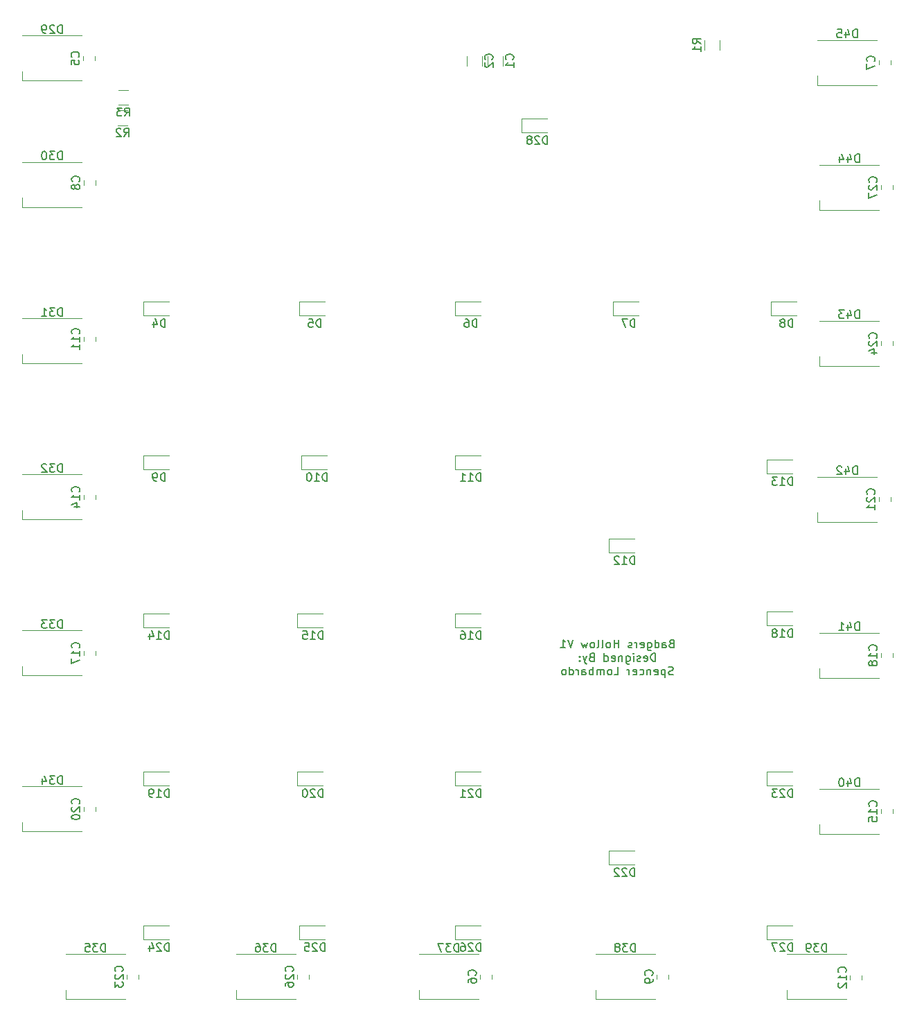
<source format=gbr>
%TF.GenerationSoftware,KiCad,Pcbnew,(5.1.0)-1*%
%TF.CreationDate,2020-10-02T12:35:23-04:00*%
%TF.ProjectId,BadgersHollowSchematic,42616467-6572-4734-986f-6c6c6f775363,rev?*%
%TF.SameCoordinates,Original*%
%TF.FileFunction,Legend,Bot*%
%TF.FilePolarity,Positive*%
%FSLAX46Y46*%
G04 Gerber Fmt 4.6, Leading zero omitted, Abs format (unit mm)*
G04 Created by KiCad (PCBNEW (5.1.0)-1) date 2020-10-02 12:35:23*
%MOMM*%
%LPD*%
G04 APERTURE LIST*
%ADD10C,0.150000*%
%ADD11C,0.120000*%
G04 APERTURE END LIST*
D10*
X107820908Y-105466571D02*
X107678051Y-105514190D01*
X107630432Y-105561809D01*
X107582813Y-105657047D01*
X107582813Y-105799904D01*
X107630432Y-105895142D01*
X107678051Y-105942761D01*
X107773289Y-105990380D01*
X108154241Y-105990380D01*
X108154241Y-104990380D01*
X107820908Y-104990380D01*
X107725670Y-105038000D01*
X107678051Y-105085619D01*
X107630432Y-105180857D01*
X107630432Y-105276095D01*
X107678051Y-105371333D01*
X107725670Y-105418952D01*
X107820908Y-105466571D01*
X108154241Y-105466571D01*
X106725670Y-105990380D02*
X106725670Y-105466571D01*
X106773289Y-105371333D01*
X106868527Y-105323714D01*
X107059003Y-105323714D01*
X107154241Y-105371333D01*
X106725670Y-105942761D02*
X106820908Y-105990380D01*
X107059003Y-105990380D01*
X107154241Y-105942761D01*
X107201860Y-105847523D01*
X107201860Y-105752285D01*
X107154241Y-105657047D01*
X107059003Y-105609428D01*
X106820908Y-105609428D01*
X106725670Y-105561809D01*
X105820908Y-105990380D02*
X105820908Y-104990380D01*
X105820908Y-105942761D02*
X105916146Y-105990380D01*
X106106622Y-105990380D01*
X106201860Y-105942761D01*
X106249480Y-105895142D01*
X106297099Y-105799904D01*
X106297099Y-105514190D01*
X106249480Y-105418952D01*
X106201860Y-105371333D01*
X106106622Y-105323714D01*
X105916146Y-105323714D01*
X105820908Y-105371333D01*
X104916146Y-105323714D02*
X104916146Y-106133238D01*
X104963765Y-106228476D01*
X105011384Y-106276095D01*
X105106622Y-106323714D01*
X105249480Y-106323714D01*
X105344718Y-106276095D01*
X104916146Y-105942761D02*
X105011384Y-105990380D01*
X105201860Y-105990380D01*
X105297099Y-105942761D01*
X105344718Y-105895142D01*
X105392337Y-105799904D01*
X105392337Y-105514190D01*
X105344718Y-105418952D01*
X105297099Y-105371333D01*
X105201860Y-105323714D01*
X105011384Y-105323714D01*
X104916146Y-105371333D01*
X104059003Y-105942761D02*
X104154241Y-105990380D01*
X104344718Y-105990380D01*
X104439956Y-105942761D01*
X104487575Y-105847523D01*
X104487575Y-105466571D01*
X104439956Y-105371333D01*
X104344718Y-105323714D01*
X104154241Y-105323714D01*
X104059003Y-105371333D01*
X104011384Y-105466571D01*
X104011384Y-105561809D01*
X104487575Y-105657047D01*
X103582813Y-105990380D02*
X103582813Y-105323714D01*
X103582813Y-105514190D02*
X103535194Y-105418952D01*
X103487575Y-105371333D01*
X103392337Y-105323714D01*
X103297099Y-105323714D01*
X103011384Y-105942761D02*
X102916146Y-105990380D01*
X102725670Y-105990380D01*
X102630432Y-105942761D01*
X102582813Y-105847523D01*
X102582813Y-105799904D01*
X102630432Y-105704666D01*
X102725670Y-105657047D01*
X102868527Y-105657047D01*
X102963765Y-105609428D01*
X103011384Y-105514190D01*
X103011384Y-105466571D01*
X102963765Y-105371333D01*
X102868527Y-105323714D01*
X102725670Y-105323714D01*
X102630432Y-105371333D01*
X101392337Y-105990380D02*
X101392337Y-104990380D01*
X101392337Y-105466571D02*
X100820908Y-105466571D01*
X100820908Y-105990380D02*
X100820908Y-104990380D01*
X100201860Y-105990380D02*
X100297099Y-105942761D01*
X100344718Y-105895142D01*
X100392337Y-105799904D01*
X100392337Y-105514190D01*
X100344718Y-105418952D01*
X100297099Y-105371333D01*
X100201860Y-105323714D01*
X100059003Y-105323714D01*
X99963765Y-105371333D01*
X99916146Y-105418952D01*
X99868527Y-105514190D01*
X99868527Y-105799904D01*
X99916146Y-105895142D01*
X99963765Y-105942761D01*
X100059003Y-105990380D01*
X100201860Y-105990380D01*
X99297099Y-105990380D02*
X99392337Y-105942761D01*
X99439956Y-105847523D01*
X99439956Y-104990380D01*
X98773289Y-105990380D02*
X98868527Y-105942761D01*
X98916146Y-105847523D01*
X98916146Y-104990380D01*
X98249480Y-105990380D02*
X98344718Y-105942761D01*
X98392337Y-105895142D01*
X98439956Y-105799904D01*
X98439956Y-105514190D01*
X98392337Y-105418952D01*
X98344718Y-105371333D01*
X98249480Y-105323714D01*
X98106622Y-105323714D01*
X98011384Y-105371333D01*
X97963765Y-105418952D01*
X97916146Y-105514190D01*
X97916146Y-105799904D01*
X97963765Y-105895142D01*
X98011384Y-105942761D01*
X98106622Y-105990380D01*
X98249480Y-105990380D01*
X97582813Y-105323714D02*
X97392337Y-105990380D01*
X97201860Y-105514190D01*
X97011384Y-105990380D01*
X96820908Y-105323714D01*
X95820908Y-104990380D02*
X95487575Y-105990380D01*
X95154241Y-104990380D01*
X94297099Y-105990380D02*
X94868527Y-105990380D01*
X94582813Y-105990380D02*
X94582813Y-104990380D01*
X94678051Y-105133238D01*
X94773289Y-105228476D01*
X94868527Y-105276095D01*
X105868527Y-107640380D02*
X105868527Y-106640380D01*
X105630432Y-106640380D01*
X105487575Y-106688000D01*
X105392337Y-106783238D01*
X105344718Y-106878476D01*
X105297099Y-107068952D01*
X105297099Y-107211809D01*
X105344718Y-107402285D01*
X105392337Y-107497523D01*
X105487575Y-107592761D01*
X105630432Y-107640380D01*
X105868527Y-107640380D01*
X104487575Y-107592761D02*
X104582813Y-107640380D01*
X104773289Y-107640380D01*
X104868527Y-107592761D01*
X104916146Y-107497523D01*
X104916146Y-107116571D01*
X104868527Y-107021333D01*
X104773289Y-106973714D01*
X104582813Y-106973714D01*
X104487575Y-107021333D01*
X104439956Y-107116571D01*
X104439956Y-107211809D01*
X104916146Y-107307047D01*
X104059003Y-107592761D02*
X103963765Y-107640380D01*
X103773289Y-107640380D01*
X103678051Y-107592761D01*
X103630432Y-107497523D01*
X103630432Y-107449904D01*
X103678051Y-107354666D01*
X103773289Y-107307047D01*
X103916146Y-107307047D01*
X104011384Y-107259428D01*
X104059003Y-107164190D01*
X104059003Y-107116571D01*
X104011384Y-107021333D01*
X103916146Y-106973714D01*
X103773289Y-106973714D01*
X103678051Y-107021333D01*
X103201860Y-107640380D02*
X103201860Y-106973714D01*
X103201860Y-106640380D02*
X103249480Y-106688000D01*
X103201860Y-106735619D01*
X103154241Y-106688000D01*
X103201860Y-106640380D01*
X103201860Y-106735619D01*
X102297099Y-106973714D02*
X102297099Y-107783238D01*
X102344718Y-107878476D01*
X102392337Y-107926095D01*
X102487575Y-107973714D01*
X102630432Y-107973714D01*
X102725670Y-107926095D01*
X102297099Y-107592761D02*
X102392337Y-107640380D01*
X102582813Y-107640380D01*
X102678051Y-107592761D01*
X102725670Y-107545142D01*
X102773289Y-107449904D01*
X102773289Y-107164190D01*
X102725670Y-107068952D01*
X102678051Y-107021333D01*
X102582813Y-106973714D01*
X102392337Y-106973714D01*
X102297099Y-107021333D01*
X101820908Y-106973714D02*
X101820908Y-107640380D01*
X101820908Y-107068952D02*
X101773289Y-107021333D01*
X101678051Y-106973714D01*
X101535194Y-106973714D01*
X101439956Y-107021333D01*
X101392337Y-107116571D01*
X101392337Y-107640380D01*
X100535194Y-107592761D02*
X100630432Y-107640380D01*
X100820908Y-107640380D01*
X100916146Y-107592761D01*
X100963765Y-107497523D01*
X100963765Y-107116571D01*
X100916146Y-107021333D01*
X100820908Y-106973714D01*
X100630432Y-106973714D01*
X100535194Y-107021333D01*
X100487575Y-107116571D01*
X100487575Y-107211809D01*
X100963765Y-107307047D01*
X99630432Y-107640380D02*
X99630432Y-106640380D01*
X99630432Y-107592761D02*
X99725670Y-107640380D01*
X99916146Y-107640380D01*
X100011384Y-107592761D01*
X100059003Y-107545142D01*
X100106622Y-107449904D01*
X100106622Y-107164190D01*
X100059003Y-107068952D01*
X100011384Y-107021333D01*
X99916146Y-106973714D01*
X99725670Y-106973714D01*
X99630432Y-107021333D01*
X98059003Y-107116571D02*
X97916146Y-107164190D01*
X97868527Y-107211809D01*
X97820908Y-107307047D01*
X97820908Y-107449904D01*
X97868527Y-107545142D01*
X97916146Y-107592761D01*
X98011384Y-107640380D01*
X98392337Y-107640380D01*
X98392337Y-106640380D01*
X98059003Y-106640380D01*
X97963765Y-106688000D01*
X97916146Y-106735619D01*
X97868527Y-106830857D01*
X97868527Y-106926095D01*
X97916146Y-107021333D01*
X97963765Y-107068952D01*
X98059003Y-107116571D01*
X98392337Y-107116571D01*
X97487575Y-106973714D02*
X97249480Y-107640380D01*
X97011384Y-106973714D02*
X97249480Y-107640380D01*
X97344718Y-107878476D01*
X97392337Y-107926095D01*
X97487575Y-107973714D01*
X96630432Y-107545142D02*
X96582813Y-107592761D01*
X96630432Y-107640380D01*
X96678051Y-107592761D01*
X96630432Y-107545142D01*
X96630432Y-107640380D01*
X96630432Y-107021333D02*
X96582813Y-107068952D01*
X96630432Y-107116571D01*
X96678051Y-107068952D01*
X96630432Y-107021333D01*
X96630432Y-107116571D01*
X108059003Y-109242761D02*
X107916146Y-109290380D01*
X107678051Y-109290380D01*
X107582813Y-109242761D01*
X107535194Y-109195142D01*
X107487575Y-109099904D01*
X107487575Y-109004666D01*
X107535194Y-108909428D01*
X107582813Y-108861809D01*
X107678051Y-108814190D01*
X107868527Y-108766571D01*
X107963765Y-108718952D01*
X108011384Y-108671333D01*
X108059003Y-108576095D01*
X108059003Y-108480857D01*
X108011384Y-108385619D01*
X107963765Y-108338000D01*
X107868527Y-108290380D01*
X107630432Y-108290380D01*
X107487575Y-108338000D01*
X107059003Y-108623714D02*
X107059003Y-109623714D01*
X107059003Y-108671333D02*
X106963765Y-108623714D01*
X106773289Y-108623714D01*
X106678051Y-108671333D01*
X106630432Y-108718952D01*
X106582813Y-108814190D01*
X106582813Y-109099904D01*
X106630432Y-109195142D01*
X106678051Y-109242761D01*
X106773289Y-109290380D01*
X106963765Y-109290380D01*
X107059003Y-109242761D01*
X105773289Y-109242761D02*
X105868527Y-109290380D01*
X106059003Y-109290380D01*
X106154241Y-109242761D01*
X106201860Y-109147523D01*
X106201860Y-108766571D01*
X106154241Y-108671333D01*
X106059003Y-108623714D01*
X105868527Y-108623714D01*
X105773289Y-108671333D01*
X105725670Y-108766571D01*
X105725670Y-108861809D01*
X106201860Y-108957047D01*
X105297099Y-108623714D02*
X105297099Y-109290380D01*
X105297099Y-108718952D02*
X105249480Y-108671333D01*
X105154241Y-108623714D01*
X105011384Y-108623714D01*
X104916146Y-108671333D01*
X104868527Y-108766571D01*
X104868527Y-109290380D01*
X103963765Y-109242761D02*
X104059003Y-109290380D01*
X104249480Y-109290380D01*
X104344718Y-109242761D01*
X104392337Y-109195142D01*
X104439956Y-109099904D01*
X104439956Y-108814190D01*
X104392337Y-108718952D01*
X104344718Y-108671333D01*
X104249480Y-108623714D01*
X104059003Y-108623714D01*
X103963765Y-108671333D01*
X103154241Y-109242761D02*
X103249480Y-109290380D01*
X103439956Y-109290380D01*
X103535194Y-109242761D01*
X103582813Y-109147523D01*
X103582813Y-108766571D01*
X103535194Y-108671333D01*
X103439956Y-108623714D01*
X103249480Y-108623714D01*
X103154241Y-108671333D01*
X103106622Y-108766571D01*
X103106622Y-108861809D01*
X103582813Y-108957047D01*
X102678051Y-109290380D02*
X102678051Y-108623714D01*
X102678051Y-108814190D02*
X102630432Y-108718952D01*
X102582813Y-108671333D01*
X102487575Y-108623714D01*
X102392337Y-108623714D01*
X100820908Y-109290380D02*
X101297099Y-109290380D01*
X101297099Y-108290380D01*
X100344718Y-109290380D02*
X100439956Y-109242761D01*
X100487575Y-109195142D01*
X100535194Y-109099904D01*
X100535194Y-108814190D01*
X100487575Y-108718952D01*
X100439956Y-108671333D01*
X100344718Y-108623714D01*
X100201860Y-108623714D01*
X100106622Y-108671333D01*
X100059003Y-108718952D01*
X100011384Y-108814190D01*
X100011384Y-109099904D01*
X100059003Y-109195142D01*
X100106622Y-109242761D01*
X100201860Y-109290380D01*
X100344718Y-109290380D01*
X99582813Y-109290380D02*
X99582813Y-108623714D01*
X99582813Y-108718952D02*
X99535194Y-108671333D01*
X99439956Y-108623714D01*
X99297099Y-108623714D01*
X99201860Y-108671333D01*
X99154241Y-108766571D01*
X99154241Y-109290380D01*
X99154241Y-108766571D02*
X99106622Y-108671333D01*
X99011384Y-108623714D01*
X98868527Y-108623714D01*
X98773289Y-108671333D01*
X98725670Y-108766571D01*
X98725670Y-109290380D01*
X98249480Y-109290380D02*
X98249480Y-108290380D01*
X98249480Y-108671333D02*
X98154241Y-108623714D01*
X97963765Y-108623714D01*
X97868527Y-108671333D01*
X97820908Y-108718952D01*
X97773289Y-108814190D01*
X97773289Y-109099904D01*
X97820908Y-109195142D01*
X97868527Y-109242761D01*
X97963765Y-109290380D01*
X98154241Y-109290380D01*
X98249480Y-109242761D01*
X96916146Y-109290380D02*
X96916146Y-108766571D01*
X96963765Y-108671333D01*
X97059003Y-108623714D01*
X97249480Y-108623714D01*
X97344718Y-108671333D01*
X96916146Y-109242761D02*
X97011384Y-109290380D01*
X97249480Y-109290380D01*
X97344718Y-109242761D01*
X97392337Y-109147523D01*
X97392337Y-109052285D01*
X97344718Y-108957047D01*
X97249480Y-108909428D01*
X97011384Y-108909428D01*
X96916146Y-108861809D01*
X96439956Y-109290380D02*
X96439956Y-108623714D01*
X96439956Y-108814190D02*
X96392337Y-108718952D01*
X96344718Y-108671333D01*
X96249480Y-108623714D01*
X96154241Y-108623714D01*
X95392337Y-109290380D02*
X95392337Y-108290380D01*
X95392337Y-109242761D02*
X95487575Y-109290380D01*
X95678051Y-109290380D01*
X95773289Y-109242761D01*
X95820908Y-109195142D01*
X95868527Y-109099904D01*
X95868527Y-108814190D01*
X95820908Y-108718952D01*
X95773289Y-108671333D01*
X95678051Y-108623714D01*
X95487575Y-108623714D01*
X95392337Y-108671333D01*
X94773289Y-109290380D02*
X94868527Y-109242761D01*
X94916146Y-109195142D01*
X94963765Y-109099904D01*
X94963765Y-108814190D01*
X94916146Y-108718952D01*
X94868527Y-108671333D01*
X94773289Y-108623714D01*
X94630432Y-108623714D01*
X94535194Y-108671333D01*
X94487575Y-108718952D01*
X94439956Y-108814190D01*
X94439956Y-109099904D01*
X94487575Y-109195142D01*
X94535194Y-109242761D01*
X94630432Y-109290380D01*
X94773289Y-109290380D01*
D11*
%TO.C,R3*%
X40220816Y-37855480D02*
X41424944Y-37855480D01*
X40220816Y-39675480D02*
X41424944Y-39675480D01*
%TO.C,R2*%
X40143676Y-40359920D02*
X41347804Y-40359920D01*
X40143676Y-42179920D02*
X41347804Y-42179920D01*
%TO.C,R1*%
X113691080Y-31767696D02*
X113691080Y-32971824D01*
X111871080Y-31767696D02*
X111871080Y-32971824D01*
%TO.C,D45*%
X125681720Y-37263520D02*
X125681720Y-36113520D01*
X132981720Y-37263520D02*
X125681720Y-37263520D01*
X132981720Y-31763520D02*
X125681720Y-31763520D01*
%TO.C,D44*%
X125935720Y-52503520D02*
X125935720Y-51353520D01*
X133235720Y-52503520D02*
X125935720Y-52503520D01*
X133235720Y-47003520D02*
X125935720Y-47003520D01*
%TO.C,D43*%
X125935720Y-71553520D02*
X125935720Y-70403520D01*
X133235720Y-71553520D02*
X125935720Y-71553520D01*
X133235720Y-66053520D02*
X125935720Y-66053520D01*
%TO.C,D42*%
X125681720Y-90603520D02*
X125681720Y-89453520D01*
X132981720Y-90603520D02*
X125681720Y-90603520D01*
X132981720Y-85103520D02*
X125681720Y-85103520D01*
%TO.C,D41*%
X125935720Y-109653520D02*
X125935720Y-108503520D01*
X133235720Y-109653520D02*
X125935720Y-109653520D01*
X133235720Y-104153520D02*
X125935720Y-104153520D01*
%TO.C,D40*%
X125935720Y-128703520D02*
X125935720Y-127553520D01*
X133235720Y-128703520D02*
X125935720Y-128703520D01*
X133235720Y-123203520D02*
X125935720Y-123203520D01*
%TO.C,D39*%
X121907280Y-148886360D02*
X121907280Y-147736360D01*
X129207280Y-148886360D02*
X121907280Y-148886360D01*
X129207280Y-143386360D02*
X121907280Y-143386360D01*
%TO.C,D38*%
X98539280Y-148886360D02*
X98539280Y-147736360D01*
X105839280Y-148886360D02*
X98539280Y-148886360D01*
X105839280Y-143386360D02*
X98539280Y-143386360D01*
%TO.C,D37*%
X76949280Y-148886360D02*
X76949280Y-147736360D01*
X84249280Y-148886360D02*
X76949280Y-148886360D01*
X84249280Y-143386360D02*
X76949280Y-143386360D01*
%TO.C,D36*%
X54597280Y-148886360D02*
X54597280Y-147736360D01*
X61897280Y-148886360D02*
X54597280Y-148886360D01*
X61897280Y-143386360D02*
X54597280Y-143386360D01*
%TO.C,D35*%
X33769280Y-148886360D02*
X33769280Y-147736360D01*
X41069280Y-148886360D02*
X33769280Y-148886360D01*
X41069280Y-143386360D02*
X33769280Y-143386360D01*
%TO.C,D34*%
X28486080Y-128424120D02*
X28486080Y-127274120D01*
X35786080Y-128424120D02*
X28486080Y-128424120D01*
X35786080Y-122924120D02*
X28486080Y-122924120D01*
%TO.C,D33*%
X28486080Y-109374120D02*
X28486080Y-108224120D01*
X35786080Y-109374120D02*
X28486080Y-109374120D01*
X35786080Y-103874120D02*
X28486080Y-103874120D01*
%TO.C,D32*%
X28486080Y-90324120D02*
X28486080Y-89174120D01*
X35786080Y-90324120D02*
X28486080Y-90324120D01*
X35786080Y-84824120D02*
X28486080Y-84824120D01*
%TO.C,D31*%
X28486080Y-71274120D02*
X28486080Y-70124120D01*
X35786080Y-71274120D02*
X28486080Y-71274120D01*
X35786080Y-65774120D02*
X28486080Y-65774120D01*
%TO.C,D30*%
X28486080Y-52148120D02*
X28486080Y-50998120D01*
X35786080Y-52148120D02*
X28486080Y-52148120D01*
X35786080Y-46648120D02*
X28486080Y-46648120D01*
%TO.C,D29*%
X28486080Y-36730120D02*
X28486080Y-35580120D01*
X35786080Y-36730120D02*
X28486080Y-36730120D01*
X35786080Y-31230120D02*
X28486080Y-31230120D01*
%TO.C,D28*%
X89540000Y-43014000D02*
X92690000Y-43014000D01*
X89540000Y-41314000D02*
X92690000Y-41314000D01*
X89540000Y-43014000D02*
X89540000Y-41314000D01*
%TO.C,D27*%
X119512000Y-141566000D02*
X122662000Y-141566000D01*
X119512000Y-139866000D02*
X122662000Y-139866000D01*
X119512000Y-141566000D02*
X119512000Y-139866000D01*
%TO.C,D26*%
X81412000Y-141566000D02*
X84562000Y-141566000D01*
X81412000Y-139866000D02*
X84562000Y-139866000D01*
X81412000Y-141566000D02*
X81412000Y-139866000D01*
%TO.C,D25*%
X62342000Y-141566000D02*
X65492000Y-141566000D01*
X62342000Y-139866000D02*
X65492000Y-139866000D01*
X62342000Y-141566000D02*
X62342000Y-139866000D01*
%TO.C,D24*%
X43312000Y-141566000D02*
X46462000Y-141566000D01*
X43312000Y-139866000D02*
X46462000Y-139866000D01*
X43312000Y-141566000D02*
X43312000Y-139866000D01*
%TO.C,D23*%
X119512000Y-122770000D02*
X122662000Y-122770000D01*
X119512000Y-121070000D02*
X122662000Y-121070000D01*
X119512000Y-122770000D02*
X119512000Y-121070000D01*
%TO.C,D22*%
X100208000Y-132422000D02*
X103358000Y-132422000D01*
X100208000Y-130722000D02*
X103358000Y-130722000D01*
X100208000Y-132422000D02*
X100208000Y-130722000D01*
%TO.C,D21*%
X81412000Y-122770000D02*
X84562000Y-122770000D01*
X81412000Y-121070000D02*
X84562000Y-121070000D01*
X81412000Y-122770000D02*
X81412000Y-121070000D01*
%TO.C,D20*%
X62108000Y-122770000D02*
X65258000Y-122770000D01*
X62108000Y-121070000D02*
X65258000Y-121070000D01*
X62108000Y-122770000D02*
X62108000Y-121070000D01*
%TO.C,D19*%
X43312000Y-122770000D02*
X46462000Y-122770000D01*
X43312000Y-121070000D02*
X46462000Y-121070000D01*
X43312000Y-122770000D02*
X43312000Y-121070000D01*
%TO.C,D18*%
X119512000Y-103254000D02*
X122662000Y-103254000D01*
X119512000Y-101554000D02*
X122662000Y-101554000D01*
X119512000Y-103254000D02*
X119512000Y-101554000D01*
%TO.C,D16*%
X81412000Y-103466000D02*
X84562000Y-103466000D01*
X81412000Y-101766000D02*
X84562000Y-101766000D01*
X81412000Y-103466000D02*
X81412000Y-101766000D01*
%TO.C,D15*%
X62108000Y-103466000D02*
X65258000Y-103466000D01*
X62108000Y-101766000D02*
X65258000Y-101766000D01*
X62108000Y-103466000D02*
X62108000Y-101766000D01*
%TO.C,D14*%
X43312000Y-103466000D02*
X46462000Y-103466000D01*
X43312000Y-101766000D02*
X46462000Y-101766000D01*
X43312000Y-103466000D02*
X43312000Y-101766000D01*
%TO.C,D13*%
X119512000Y-84670000D02*
X122662000Y-84670000D01*
X119512000Y-82970000D02*
X122662000Y-82970000D01*
X119512000Y-84670000D02*
X119512000Y-82970000D01*
%TO.C,D12*%
X100208000Y-94322000D02*
X103358000Y-94322000D01*
X100208000Y-92622000D02*
X103358000Y-92622000D01*
X100208000Y-94322000D02*
X100208000Y-92622000D01*
%TO.C,D11*%
X81412000Y-84162000D02*
X84562000Y-84162000D01*
X81412000Y-82462000D02*
X84562000Y-82462000D01*
X81412000Y-84162000D02*
X81412000Y-82462000D01*
%TO.C,D10*%
X62616000Y-84162000D02*
X65766000Y-84162000D01*
X62616000Y-82462000D02*
X65766000Y-82462000D01*
X62616000Y-84162000D02*
X62616000Y-82462000D01*
%TO.C,D9*%
X43312000Y-84162000D02*
X46462000Y-84162000D01*
X43312000Y-82462000D02*
X46462000Y-82462000D01*
X43312000Y-84162000D02*
X43312000Y-82462000D01*
%TO.C,D8*%
X120020000Y-65366000D02*
X123170000Y-65366000D01*
X120020000Y-63666000D02*
X123170000Y-63666000D01*
X120020000Y-65366000D02*
X120020000Y-63666000D01*
%TO.C,D7*%
X100716000Y-65366000D02*
X103866000Y-65366000D01*
X100716000Y-63666000D02*
X103866000Y-63666000D01*
X100716000Y-65366000D02*
X100716000Y-63666000D01*
%TO.C,D6*%
X81412000Y-65366000D02*
X84562000Y-65366000D01*
X81412000Y-63666000D02*
X84562000Y-63666000D01*
X81412000Y-65366000D02*
X81412000Y-63666000D01*
%TO.C,D5*%
X62342000Y-65366000D02*
X65492000Y-65366000D01*
X62342000Y-63666000D02*
X65492000Y-63666000D01*
X62342000Y-65366000D02*
X62342000Y-63666000D01*
%TO.C,D4*%
X43312000Y-65366000D02*
X46462000Y-65366000D01*
X43312000Y-63666000D02*
X46462000Y-63666000D01*
X43312000Y-65366000D02*
X43312000Y-63666000D01*
%TO.C,C27*%
X134867720Y-49492268D02*
X134867720Y-50014772D01*
X133447720Y-49492268D02*
X133447720Y-50014772D01*
%TO.C,C26*%
X63529280Y-145875108D02*
X63529280Y-146397612D01*
X62109280Y-145875108D02*
X62109280Y-146397612D01*
%TO.C,C24*%
X134867720Y-68542268D02*
X134867720Y-69064772D01*
X133447720Y-68542268D02*
X133447720Y-69064772D01*
%TO.C,C23*%
X42701280Y-145875108D02*
X42701280Y-146397612D01*
X41281280Y-145875108D02*
X41281280Y-146397612D01*
%TO.C,C21*%
X134613720Y-87592268D02*
X134613720Y-88114772D01*
X133193720Y-87592268D02*
X133193720Y-88114772D01*
%TO.C,C20*%
X37418080Y-125412868D02*
X37418080Y-125935372D01*
X35998080Y-125412868D02*
X35998080Y-125935372D01*
%TO.C,C18*%
X134867720Y-106642268D02*
X134867720Y-107164772D01*
X133447720Y-106642268D02*
X133447720Y-107164772D01*
%TO.C,C17*%
X37418080Y-106362868D02*
X37418080Y-106885372D01*
X35998080Y-106362868D02*
X35998080Y-106885372D01*
%TO.C,C15*%
X134867720Y-125692268D02*
X134867720Y-126214772D01*
X133447720Y-125692268D02*
X133447720Y-126214772D01*
%TO.C,C14*%
X37418080Y-87312868D02*
X37418080Y-87835372D01*
X35998080Y-87312868D02*
X35998080Y-87835372D01*
%TO.C,C12*%
X131108520Y-145961468D02*
X131108520Y-146483972D01*
X129688520Y-145961468D02*
X129688520Y-146483972D01*
%TO.C,C11*%
X37418080Y-68008868D02*
X37418080Y-68531372D01*
X35998080Y-68008868D02*
X35998080Y-68531372D01*
%TO.C,C9*%
X107471280Y-145875108D02*
X107471280Y-146397612D01*
X106051280Y-145875108D02*
X106051280Y-146397612D01*
%TO.C,C8*%
X37423160Y-48924468D02*
X37423160Y-49446972D01*
X36003160Y-48924468D02*
X36003160Y-49446972D01*
%TO.C,C7*%
X134613720Y-34252268D02*
X134613720Y-34774772D01*
X133193720Y-34252268D02*
X133193720Y-34774772D01*
%TO.C,C6*%
X85881280Y-145875108D02*
X85881280Y-146397612D01*
X84461280Y-145875108D02*
X84461280Y-146397612D01*
%TO.C,C5*%
X37362200Y-33725108D02*
X37362200Y-34247612D01*
X35942200Y-33725108D02*
X35942200Y-34247612D01*
%TO.C,C2*%
X82828720Y-34892064D02*
X82828720Y-33687936D01*
X84648720Y-34892064D02*
X84648720Y-33687936D01*
%TO.C,C1*%
X85368720Y-34892064D02*
X85368720Y-33687936D01*
X87188720Y-34892064D02*
X87188720Y-33687936D01*
%TO.C,R3*%
D10*
X40989546Y-41037860D02*
X41322880Y-40561670D01*
X41560975Y-41037860D02*
X41560975Y-40037860D01*
X41180022Y-40037860D01*
X41084784Y-40085480D01*
X41037165Y-40133099D01*
X40989546Y-40228337D01*
X40989546Y-40371194D01*
X41037165Y-40466432D01*
X41084784Y-40514051D01*
X41180022Y-40561670D01*
X41560975Y-40561670D01*
X40656213Y-40037860D02*
X40037165Y-40037860D01*
X40370499Y-40418813D01*
X40227641Y-40418813D01*
X40132403Y-40466432D01*
X40084784Y-40514051D01*
X40037165Y-40609289D01*
X40037165Y-40847384D01*
X40084784Y-40942622D01*
X40132403Y-40990241D01*
X40227641Y-41037860D01*
X40513356Y-41037860D01*
X40608594Y-40990241D01*
X40656213Y-40942622D01*
%TO.C,R2*%
X40912406Y-43542300D02*
X41245740Y-43066110D01*
X41483835Y-43542300D02*
X41483835Y-42542300D01*
X41102882Y-42542300D01*
X41007644Y-42589920D01*
X40960025Y-42637539D01*
X40912406Y-42732777D01*
X40912406Y-42875634D01*
X40960025Y-42970872D01*
X41007644Y-43018491D01*
X41102882Y-43066110D01*
X41483835Y-43066110D01*
X40531454Y-42637539D02*
X40483835Y-42589920D01*
X40388597Y-42542300D01*
X40150501Y-42542300D01*
X40055263Y-42589920D01*
X40007644Y-42637539D01*
X39960025Y-42732777D01*
X39960025Y-42828015D01*
X40007644Y-42970872D01*
X40579073Y-43542300D01*
X39960025Y-43542300D01*
%TO.C,R1*%
X111413460Y-32203093D02*
X110937270Y-31869760D01*
X111413460Y-31631664D02*
X110413460Y-31631664D01*
X110413460Y-32012617D01*
X110461080Y-32107855D01*
X110508699Y-32155474D01*
X110603937Y-32203093D01*
X110746794Y-32203093D01*
X110842032Y-32155474D01*
X110889651Y-32107855D01*
X110937270Y-32012617D01*
X110937270Y-31631664D01*
X111413460Y-33155474D02*
X111413460Y-32584045D01*
X111413460Y-32869760D02*
X110413460Y-32869760D01*
X110556318Y-32774521D01*
X110651556Y-32679283D01*
X110699175Y-32584045D01*
%TO.C,D45*%
X130546005Y-31465900D02*
X130546005Y-30465900D01*
X130307910Y-30465900D01*
X130165053Y-30513520D01*
X130069815Y-30608758D01*
X130022196Y-30703996D01*
X129974577Y-30894472D01*
X129974577Y-31037329D01*
X130022196Y-31227805D01*
X130069815Y-31323043D01*
X130165053Y-31418281D01*
X130307910Y-31465900D01*
X130546005Y-31465900D01*
X129117434Y-30799234D02*
X129117434Y-31465900D01*
X129355529Y-30418281D02*
X129593624Y-31132567D01*
X128974577Y-31132567D01*
X128117434Y-30465900D02*
X128593624Y-30465900D01*
X128641243Y-30942091D01*
X128593624Y-30894472D01*
X128498386Y-30846853D01*
X128260291Y-30846853D01*
X128165053Y-30894472D01*
X128117434Y-30942091D01*
X128069815Y-31037329D01*
X128069815Y-31275424D01*
X128117434Y-31370662D01*
X128165053Y-31418281D01*
X128260291Y-31465900D01*
X128498386Y-31465900D01*
X128593624Y-31418281D01*
X128641243Y-31370662D01*
%TO.C,D44*%
X130800005Y-46705900D02*
X130800005Y-45705900D01*
X130561910Y-45705900D01*
X130419053Y-45753520D01*
X130323815Y-45848758D01*
X130276196Y-45943996D01*
X130228577Y-46134472D01*
X130228577Y-46277329D01*
X130276196Y-46467805D01*
X130323815Y-46563043D01*
X130419053Y-46658281D01*
X130561910Y-46705900D01*
X130800005Y-46705900D01*
X129371434Y-46039234D02*
X129371434Y-46705900D01*
X129609529Y-45658281D02*
X129847624Y-46372567D01*
X129228577Y-46372567D01*
X128419053Y-46039234D02*
X128419053Y-46705900D01*
X128657148Y-45658281D02*
X128895243Y-46372567D01*
X128276196Y-46372567D01*
%TO.C,D43*%
X130800005Y-65755900D02*
X130800005Y-64755900D01*
X130561910Y-64755900D01*
X130419053Y-64803520D01*
X130323815Y-64898758D01*
X130276196Y-64993996D01*
X130228577Y-65184472D01*
X130228577Y-65327329D01*
X130276196Y-65517805D01*
X130323815Y-65613043D01*
X130419053Y-65708281D01*
X130561910Y-65755900D01*
X130800005Y-65755900D01*
X129371434Y-65089234D02*
X129371434Y-65755900D01*
X129609529Y-64708281D02*
X129847624Y-65422567D01*
X129228577Y-65422567D01*
X128942862Y-64755900D02*
X128323815Y-64755900D01*
X128657148Y-65136853D01*
X128514291Y-65136853D01*
X128419053Y-65184472D01*
X128371434Y-65232091D01*
X128323815Y-65327329D01*
X128323815Y-65565424D01*
X128371434Y-65660662D01*
X128419053Y-65708281D01*
X128514291Y-65755900D01*
X128800005Y-65755900D01*
X128895243Y-65708281D01*
X128942862Y-65660662D01*
%TO.C,D42*%
X130546005Y-84805900D02*
X130546005Y-83805900D01*
X130307910Y-83805900D01*
X130165053Y-83853520D01*
X130069815Y-83948758D01*
X130022196Y-84043996D01*
X129974577Y-84234472D01*
X129974577Y-84377329D01*
X130022196Y-84567805D01*
X130069815Y-84663043D01*
X130165053Y-84758281D01*
X130307910Y-84805900D01*
X130546005Y-84805900D01*
X129117434Y-84139234D02*
X129117434Y-84805900D01*
X129355529Y-83758281D02*
X129593624Y-84472567D01*
X128974577Y-84472567D01*
X128641243Y-83901139D02*
X128593624Y-83853520D01*
X128498386Y-83805900D01*
X128260291Y-83805900D01*
X128165053Y-83853520D01*
X128117434Y-83901139D01*
X128069815Y-83996377D01*
X128069815Y-84091615D01*
X128117434Y-84234472D01*
X128688862Y-84805900D01*
X128069815Y-84805900D01*
%TO.C,D41*%
X130800005Y-103855900D02*
X130800005Y-102855900D01*
X130561910Y-102855900D01*
X130419053Y-102903520D01*
X130323815Y-102998758D01*
X130276196Y-103093996D01*
X130228577Y-103284472D01*
X130228577Y-103427329D01*
X130276196Y-103617805D01*
X130323815Y-103713043D01*
X130419053Y-103808281D01*
X130561910Y-103855900D01*
X130800005Y-103855900D01*
X129371434Y-103189234D02*
X129371434Y-103855900D01*
X129609529Y-102808281D02*
X129847624Y-103522567D01*
X129228577Y-103522567D01*
X128323815Y-103855900D02*
X128895243Y-103855900D01*
X128609529Y-103855900D02*
X128609529Y-102855900D01*
X128704767Y-102998758D01*
X128800005Y-103093996D01*
X128895243Y-103141615D01*
%TO.C,D40*%
X130800005Y-122905900D02*
X130800005Y-121905900D01*
X130561910Y-121905900D01*
X130419053Y-121953520D01*
X130323815Y-122048758D01*
X130276196Y-122143996D01*
X130228577Y-122334472D01*
X130228577Y-122477329D01*
X130276196Y-122667805D01*
X130323815Y-122763043D01*
X130419053Y-122858281D01*
X130561910Y-122905900D01*
X130800005Y-122905900D01*
X129371434Y-122239234D02*
X129371434Y-122905900D01*
X129609529Y-121858281D02*
X129847624Y-122572567D01*
X129228577Y-122572567D01*
X128657148Y-121905900D02*
X128561910Y-121905900D01*
X128466672Y-121953520D01*
X128419053Y-122001139D01*
X128371434Y-122096377D01*
X128323815Y-122286853D01*
X128323815Y-122524948D01*
X128371434Y-122715424D01*
X128419053Y-122810662D01*
X128466672Y-122858281D01*
X128561910Y-122905900D01*
X128657148Y-122905900D01*
X128752386Y-122858281D01*
X128800005Y-122810662D01*
X128847624Y-122715424D01*
X128895243Y-122524948D01*
X128895243Y-122286853D01*
X128847624Y-122096377D01*
X128800005Y-122001139D01*
X128752386Y-121953520D01*
X128657148Y-121905900D01*
%TO.C,D39*%
X126771565Y-143088740D02*
X126771565Y-142088740D01*
X126533470Y-142088740D01*
X126390613Y-142136360D01*
X126295375Y-142231598D01*
X126247756Y-142326836D01*
X126200137Y-142517312D01*
X126200137Y-142660169D01*
X126247756Y-142850645D01*
X126295375Y-142945883D01*
X126390613Y-143041121D01*
X126533470Y-143088740D01*
X126771565Y-143088740D01*
X125866803Y-142088740D02*
X125247756Y-142088740D01*
X125581089Y-142469693D01*
X125438232Y-142469693D01*
X125342994Y-142517312D01*
X125295375Y-142564931D01*
X125247756Y-142660169D01*
X125247756Y-142898264D01*
X125295375Y-142993502D01*
X125342994Y-143041121D01*
X125438232Y-143088740D01*
X125723946Y-143088740D01*
X125819184Y-143041121D01*
X125866803Y-142993502D01*
X124771565Y-143088740D02*
X124581089Y-143088740D01*
X124485851Y-143041121D01*
X124438232Y-142993502D01*
X124342994Y-142850645D01*
X124295375Y-142660169D01*
X124295375Y-142279217D01*
X124342994Y-142183979D01*
X124390613Y-142136360D01*
X124485851Y-142088740D01*
X124676327Y-142088740D01*
X124771565Y-142136360D01*
X124819184Y-142183979D01*
X124866803Y-142279217D01*
X124866803Y-142517312D01*
X124819184Y-142612550D01*
X124771565Y-142660169D01*
X124676327Y-142707788D01*
X124485851Y-142707788D01*
X124390613Y-142660169D01*
X124342994Y-142612550D01*
X124295375Y-142517312D01*
%TO.C,D38*%
X103403565Y-143088740D02*
X103403565Y-142088740D01*
X103165470Y-142088740D01*
X103022613Y-142136360D01*
X102927375Y-142231598D01*
X102879756Y-142326836D01*
X102832137Y-142517312D01*
X102832137Y-142660169D01*
X102879756Y-142850645D01*
X102927375Y-142945883D01*
X103022613Y-143041121D01*
X103165470Y-143088740D01*
X103403565Y-143088740D01*
X102498803Y-142088740D02*
X101879756Y-142088740D01*
X102213089Y-142469693D01*
X102070232Y-142469693D01*
X101974994Y-142517312D01*
X101927375Y-142564931D01*
X101879756Y-142660169D01*
X101879756Y-142898264D01*
X101927375Y-142993502D01*
X101974994Y-143041121D01*
X102070232Y-143088740D01*
X102355946Y-143088740D01*
X102451184Y-143041121D01*
X102498803Y-142993502D01*
X101308327Y-142517312D02*
X101403565Y-142469693D01*
X101451184Y-142422074D01*
X101498803Y-142326836D01*
X101498803Y-142279217D01*
X101451184Y-142183979D01*
X101403565Y-142136360D01*
X101308327Y-142088740D01*
X101117851Y-142088740D01*
X101022613Y-142136360D01*
X100974994Y-142183979D01*
X100927375Y-142279217D01*
X100927375Y-142326836D01*
X100974994Y-142422074D01*
X101022613Y-142469693D01*
X101117851Y-142517312D01*
X101308327Y-142517312D01*
X101403565Y-142564931D01*
X101451184Y-142612550D01*
X101498803Y-142707788D01*
X101498803Y-142898264D01*
X101451184Y-142993502D01*
X101403565Y-143041121D01*
X101308327Y-143088740D01*
X101117851Y-143088740D01*
X101022613Y-143041121D01*
X100974994Y-142993502D01*
X100927375Y-142898264D01*
X100927375Y-142707788D01*
X100974994Y-142612550D01*
X101022613Y-142564931D01*
X101117851Y-142517312D01*
%TO.C,D37*%
X81813565Y-143088740D02*
X81813565Y-142088740D01*
X81575470Y-142088740D01*
X81432613Y-142136360D01*
X81337375Y-142231598D01*
X81289756Y-142326836D01*
X81242137Y-142517312D01*
X81242137Y-142660169D01*
X81289756Y-142850645D01*
X81337375Y-142945883D01*
X81432613Y-143041121D01*
X81575470Y-143088740D01*
X81813565Y-143088740D01*
X80908803Y-142088740D02*
X80289756Y-142088740D01*
X80623089Y-142469693D01*
X80480232Y-142469693D01*
X80384994Y-142517312D01*
X80337375Y-142564931D01*
X80289756Y-142660169D01*
X80289756Y-142898264D01*
X80337375Y-142993502D01*
X80384994Y-143041121D01*
X80480232Y-143088740D01*
X80765946Y-143088740D01*
X80861184Y-143041121D01*
X80908803Y-142993502D01*
X79956422Y-142088740D02*
X79289756Y-142088740D01*
X79718327Y-143088740D01*
%TO.C,D36*%
X59461565Y-143088740D02*
X59461565Y-142088740D01*
X59223470Y-142088740D01*
X59080613Y-142136360D01*
X58985375Y-142231598D01*
X58937756Y-142326836D01*
X58890137Y-142517312D01*
X58890137Y-142660169D01*
X58937756Y-142850645D01*
X58985375Y-142945883D01*
X59080613Y-143041121D01*
X59223470Y-143088740D01*
X59461565Y-143088740D01*
X58556803Y-142088740D02*
X57937756Y-142088740D01*
X58271089Y-142469693D01*
X58128232Y-142469693D01*
X58032994Y-142517312D01*
X57985375Y-142564931D01*
X57937756Y-142660169D01*
X57937756Y-142898264D01*
X57985375Y-142993502D01*
X58032994Y-143041121D01*
X58128232Y-143088740D01*
X58413946Y-143088740D01*
X58509184Y-143041121D01*
X58556803Y-142993502D01*
X57080613Y-142088740D02*
X57271089Y-142088740D01*
X57366327Y-142136360D01*
X57413946Y-142183979D01*
X57509184Y-142326836D01*
X57556803Y-142517312D01*
X57556803Y-142898264D01*
X57509184Y-142993502D01*
X57461565Y-143041121D01*
X57366327Y-143088740D01*
X57175851Y-143088740D01*
X57080613Y-143041121D01*
X57032994Y-142993502D01*
X56985375Y-142898264D01*
X56985375Y-142660169D01*
X57032994Y-142564931D01*
X57080613Y-142517312D01*
X57175851Y-142469693D01*
X57366327Y-142469693D01*
X57461565Y-142517312D01*
X57509184Y-142564931D01*
X57556803Y-142660169D01*
%TO.C,D35*%
X38633565Y-143088740D02*
X38633565Y-142088740D01*
X38395470Y-142088740D01*
X38252613Y-142136360D01*
X38157375Y-142231598D01*
X38109756Y-142326836D01*
X38062137Y-142517312D01*
X38062137Y-142660169D01*
X38109756Y-142850645D01*
X38157375Y-142945883D01*
X38252613Y-143041121D01*
X38395470Y-143088740D01*
X38633565Y-143088740D01*
X37728803Y-142088740D02*
X37109756Y-142088740D01*
X37443089Y-142469693D01*
X37300232Y-142469693D01*
X37204994Y-142517312D01*
X37157375Y-142564931D01*
X37109756Y-142660169D01*
X37109756Y-142898264D01*
X37157375Y-142993502D01*
X37204994Y-143041121D01*
X37300232Y-143088740D01*
X37585946Y-143088740D01*
X37681184Y-143041121D01*
X37728803Y-142993502D01*
X36204994Y-142088740D02*
X36681184Y-142088740D01*
X36728803Y-142564931D01*
X36681184Y-142517312D01*
X36585946Y-142469693D01*
X36347851Y-142469693D01*
X36252613Y-142517312D01*
X36204994Y-142564931D01*
X36157375Y-142660169D01*
X36157375Y-142898264D01*
X36204994Y-142993502D01*
X36252613Y-143041121D01*
X36347851Y-143088740D01*
X36585946Y-143088740D01*
X36681184Y-143041121D01*
X36728803Y-142993502D01*
%TO.C,D34*%
X33350365Y-122626500D02*
X33350365Y-121626500D01*
X33112270Y-121626500D01*
X32969413Y-121674120D01*
X32874175Y-121769358D01*
X32826556Y-121864596D01*
X32778937Y-122055072D01*
X32778937Y-122197929D01*
X32826556Y-122388405D01*
X32874175Y-122483643D01*
X32969413Y-122578881D01*
X33112270Y-122626500D01*
X33350365Y-122626500D01*
X32445603Y-121626500D02*
X31826556Y-121626500D01*
X32159889Y-122007453D01*
X32017032Y-122007453D01*
X31921794Y-122055072D01*
X31874175Y-122102691D01*
X31826556Y-122197929D01*
X31826556Y-122436024D01*
X31874175Y-122531262D01*
X31921794Y-122578881D01*
X32017032Y-122626500D01*
X32302746Y-122626500D01*
X32397984Y-122578881D01*
X32445603Y-122531262D01*
X30969413Y-121959834D02*
X30969413Y-122626500D01*
X31207508Y-121578881D02*
X31445603Y-122293167D01*
X30826556Y-122293167D01*
%TO.C,D33*%
X33350365Y-103576500D02*
X33350365Y-102576500D01*
X33112270Y-102576500D01*
X32969413Y-102624120D01*
X32874175Y-102719358D01*
X32826556Y-102814596D01*
X32778937Y-103005072D01*
X32778937Y-103147929D01*
X32826556Y-103338405D01*
X32874175Y-103433643D01*
X32969413Y-103528881D01*
X33112270Y-103576500D01*
X33350365Y-103576500D01*
X32445603Y-102576500D02*
X31826556Y-102576500D01*
X32159889Y-102957453D01*
X32017032Y-102957453D01*
X31921794Y-103005072D01*
X31874175Y-103052691D01*
X31826556Y-103147929D01*
X31826556Y-103386024D01*
X31874175Y-103481262D01*
X31921794Y-103528881D01*
X32017032Y-103576500D01*
X32302746Y-103576500D01*
X32397984Y-103528881D01*
X32445603Y-103481262D01*
X31493222Y-102576500D02*
X30874175Y-102576500D01*
X31207508Y-102957453D01*
X31064651Y-102957453D01*
X30969413Y-103005072D01*
X30921794Y-103052691D01*
X30874175Y-103147929D01*
X30874175Y-103386024D01*
X30921794Y-103481262D01*
X30969413Y-103528881D01*
X31064651Y-103576500D01*
X31350365Y-103576500D01*
X31445603Y-103528881D01*
X31493222Y-103481262D01*
%TO.C,D32*%
X33350365Y-84526500D02*
X33350365Y-83526500D01*
X33112270Y-83526500D01*
X32969413Y-83574120D01*
X32874175Y-83669358D01*
X32826556Y-83764596D01*
X32778937Y-83955072D01*
X32778937Y-84097929D01*
X32826556Y-84288405D01*
X32874175Y-84383643D01*
X32969413Y-84478881D01*
X33112270Y-84526500D01*
X33350365Y-84526500D01*
X32445603Y-83526500D02*
X31826556Y-83526500D01*
X32159889Y-83907453D01*
X32017032Y-83907453D01*
X31921794Y-83955072D01*
X31874175Y-84002691D01*
X31826556Y-84097929D01*
X31826556Y-84336024D01*
X31874175Y-84431262D01*
X31921794Y-84478881D01*
X32017032Y-84526500D01*
X32302746Y-84526500D01*
X32397984Y-84478881D01*
X32445603Y-84431262D01*
X31445603Y-83621739D02*
X31397984Y-83574120D01*
X31302746Y-83526500D01*
X31064651Y-83526500D01*
X30969413Y-83574120D01*
X30921794Y-83621739D01*
X30874175Y-83716977D01*
X30874175Y-83812215D01*
X30921794Y-83955072D01*
X31493222Y-84526500D01*
X30874175Y-84526500D01*
%TO.C,D31*%
X33350365Y-65476500D02*
X33350365Y-64476500D01*
X33112270Y-64476500D01*
X32969413Y-64524120D01*
X32874175Y-64619358D01*
X32826556Y-64714596D01*
X32778937Y-64905072D01*
X32778937Y-65047929D01*
X32826556Y-65238405D01*
X32874175Y-65333643D01*
X32969413Y-65428881D01*
X33112270Y-65476500D01*
X33350365Y-65476500D01*
X32445603Y-64476500D02*
X31826556Y-64476500D01*
X32159889Y-64857453D01*
X32017032Y-64857453D01*
X31921794Y-64905072D01*
X31874175Y-64952691D01*
X31826556Y-65047929D01*
X31826556Y-65286024D01*
X31874175Y-65381262D01*
X31921794Y-65428881D01*
X32017032Y-65476500D01*
X32302746Y-65476500D01*
X32397984Y-65428881D01*
X32445603Y-65381262D01*
X30874175Y-65476500D02*
X31445603Y-65476500D01*
X31159889Y-65476500D02*
X31159889Y-64476500D01*
X31255127Y-64619358D01*
X31350365Y-64714596D01*
X31445603Y-64762215D01*
%TO.C,D30*%
X33350365Y-46350500D02*
X33350365Y-45350500D01*
X33112270Y-45350500D01*
X32969413Y-45398120D01*
X32874175Y-45493358D01*
X32826556Y-45588596D01*
X32778937Y-45779072D01*
X32778937Y-45921929D01*
X32826556Y-46112405D01*
X32874175Y-46207643D01*
X32969413Y-46302881D01*
X33112270Y-46350500D01*
X33350365Y-46350500D01*
X32445603Y-45350500D02*
X31826556Y-45350500D01*
X32159889Y-45731453D01*
X32017032Y-45731453D01*
X31921794Y-45779072D01*
X31874175Y-45826691D01*
X31826556Y-45921929D01*
X31826556Y-46160024D01*
X31874175Y-46255262D01*
X31921794Y-46302881D01*
X32017032Y-46350500D01*
X32302746Y-46350500D01*
X32397984Y-46302881D01*
X32445603Y-46255262D01*
X31207508Y-45350500D02*
X31112270Y-45350500D01*
X31017032Y-45398120D01*
X30969413Y-45445739D01*
X30921794Y-45540977D01*
X30874175Y-45731453D01*
X30874175Y-45969548D01*
X30921794Y-46160024D01*
X30969413Y-46255262D01*
X31017032Y-46302881D01*
X31112270Y-46350500D01*
X31207508Y-46350500D01*
X31302746Y-46302881D01*
X31350365Y-46255262D01*
X31397984Y-46160024D01*
X31445603Y-45969548D01*
X31445603Y-45731453D01*
X31397984Y-45540977D01*
X31350365Y-45445739D01*
X31302746Y-45398120D01*
X31207508Y-45350500D01*
%TO.C,D29*%
X33350365Y-30932500D02*
X33350365Y-29932500D01*
X33112270Y-29932500D01*
X32969413Y-29980120D01*
X32874175Y-30075358D01*
X32826556Y-30170596D01*
X32778937Y-30361072D01*
X32778937Y-30503929D01*
X32826556Y-30694405D01*
X32874175Y-30789643D01*
X32969413Y-30884881D01*
X33112270Y-30932500D01*
X33350365Y-30932500D01*
X32397984Y-30027739D02*
X32350365Y-29980120D01*
X32255127Y-29932500D01*
X32017032Y-29932500D01*
X31921794Y-29980120D01*
X31874175Y-30027739D01*
X31826556Y-30122977D01*
X31826556Y-30218215D01*
X31874175Y-30361072D01*
X32445603Y-30932500D01*
X31826556Y-30932500D01*
X31350365Y-30932500D02*
X31159889Y-30932500D01*
X31064651Y-30884881D01*
X31017032Y-30837262D01*
X30921794Y-30694405D01*
X30874175Y-30503929D01*
X30874175Y-30122977D01*
X30921794Y-30027739D01*
X30969413Y-29980120D01*
X31064651Y-29932500D01*
X31255127Y-29932500D01*
X31350365Y-29980120D01*
X31397984Y-30027739D01*
X31445603Y-30122977D01*
X31445603Y-30361072D01*
X31397984Y-30456310D01*
X31350365Y-30503929D01*
X31255127Y-30551548D01*
X31064651Y-30551548D01*
X30969413Y-30503929D01*
X30921794Y-30456310D01*
X30874175Y-30361072D01*
%TO.C,D28*%
X92654285Y-44466380D02*
X92654285Y-43466380D01*
X92416190Y-43466380D01*
X92273333Y-43514000D01*
X92178095Y-43609238D01*
X92130476Y-43704476D01*
X92082857Y-43894952D01*
X92082857Y-44037809D01*
X92130476Y-44228285D01*
X92178095Y-44323523D01*
X92273333Y-44418761D01*
X92416190Y-44466380D01*
X92654285Y-44466380D01*
X91701904Y-43561619D02*
X91654285Y-43514000D01*
X91559047Y-43466380D01*
X91320952Y-43466380D01*
X91225714Y-43514000D01*
X91178095Y-43561619D01*
X91130476Y-43656857D01*
X91130476Y-43752095D01*
X91178095Y-43894952D01*
X91749523Y-44466380D01*
X91130476Y-44466380D01*
X90559047Y-43894952D02*
X90654285Y-43847333D01*
X90701904Y-43799714D01*
X90749523Y-43704476D01*
X90749523Y-43656857D01*
X90701904Y-43561619D01*
X90654285Y-43514000D01*
X90559047Y-43466380D01*
X90368571Y-43466380D01*
X90273333Y-43514000D01*
X90225714Y-43561619D01*
X90178095Y-43656857D01*
X90178095Y-43704476D01*
X90225714Y-43799714D01*
X90273333Y-43847333D01*
X90368571Y-43894952D01*
X90559047Y-43894952D01*
X90654285Y-43942571D01*
X90701904Y-43990190D01*
X90749523Y-44085428D01*
X90749523Y-44275904D01*
X90701904Y-44371142D01*
X90654285Y-44418761D01*
X90559047Y-44466380D01*
X90368571Y-44466380D01*
X90273333Y-44418761D01*
X90225714Y-44371142D01*
X90178095Y-44275904D01*
X90178095Y-44085428D01*
X90225714Y-43990190D01*
X90273333Y-43942571D01*
X90368571Y-43894952D01*
%TO.C,D27*%
X122626285Y-143018380D02*
X122626285Y-142018380D01*
X122388190Y-142018380D01*
X122245333Y-142066000D01*
X122150095Y-142161238D01*
X122102476Y-142256476D01*
X122054857Y-142446952D01*
X122054857Y-142589809D01*
X122102476Y-142780285D01*
X122150095Y-142875523D01*
X122245333Y-142970761D01*
X122388190Y-143018380D01*
X122626285Y-143018380D01*
X121673904Y-142113619D02*
X121626285Y-142066000D01*
X121531047Y-142018380D01*
X121292952Y-142018380D01*
X121197714Y-142066000D01*
X121150095Y-142113619D01*
X121102476Y-142208857D01*
X121102476Y-142304095D01*
X121150095Y-142446952D01*
X121721523Y-143018380D01*
X121102476Y-143018380D01*
X120769142Y-142018380D02*
X120102476Y-142018380D01*
X120531047Y-143018380D01*
%TO.C,D26*%
X84526285Y-143018380D02*
X84526285Y-142018380D01*
X84288190Y-142018380D01*
X84145333Y-142066000D01*
X84050095Y-142161238D01*
X84002476Y-142256476D01*
X83954857Y-142446952D01*
X83954857Y-142589809D01*
X84002476Y-142780285D01*
X84050095Y-142875523D01*
X84145333Y-142970761D01*
X84288190Y-143018380D01*
X84526285Y-143018380D01*
X83573904Y-142113619D02*
X83526285Y-142066000D01*
X83431047Y-142018380D01*
X83192952Y-142018380D01*
X83097714Y-142066000D01*
X83050095Y-142113619D01*
X83002476Y-142208857D01*
X83002476Y-142304095D01*
X83050095Y-142446952D01*
X83621523Y-143018380D01*
X83002476Y-143018380D01*
X82145333Y-142018380D02*
X82335809Y-142018380D01*
X82431047Y-142066000D01*
X82478666Y-142113619D01*
X82573904Y-142256476D01*
X82621523Y-142446952D01*
X82621523Y-142827904D01*
X82573904Y-142923142D01*
X82526285Y-142970761D01*
X82431047Y-143018380D01*
X82240571Y-143018380D01*
X82145333Y-142970761D01*
X82097714Y-142923142D01*
X82050095Y-142827904D01*
X82050095Y-142589809D01*
X82097714Y-142494571D01*
X82145333Y-142446952D01*
X82240571Y-142399333D01*
X82431047Y-142399333D01*
X82526285Y-142446952D01*
X82573904Y-142494571D01*
X82621523Y-142589809D01*
%TO.C,D25*%
X65456285Y-143018380D02*
X65456285Y-142018380D01*
X65218190Y-142018380D01*
X65075333Y-142066000D01*
X64980095Y-142161238D01*
X64932476Y-142256476D01*
X64884857Y-142446952D01*
X64884857Y-142589809D01*
X64932476Y-142780285D01*
X64980095Y-142875523D01*
X65075333Y-142970761D01*
X65218190Y-143018380D01*
X65456285Y-143018380D01*
X64503904Y-142113619D02*
X64456285Y-142066000D01*
X64361047Y-142018380D01*
X64122952Y-142018380D01*
X64027714Y-142066000D01*
X63980095Y-142113619D01*
X63932476Y-142208857D01*
X63932476Y-142304095D01*
X63980095Y-142446952D01*
X64551523Y-143018380D01*
X63932476Y-143018380D01*
X63027714Y-142018380D02*
X63503904Y-142018380D01*
X63551523Y-142494571D01*
X63503904Y-142446952D01*
X63408666Y-142399333D01*
X63170571Y-142399333D01*
X63075333Y-142446952D01*
X63027714Y-142494571D01*
X62980095Y-142589809D01*
X62980095Y-142827904D01*
X63027714Y-142923142D01*
X63075333Y-142970761D01*
X63170571Y-143018380D01*
X63408666Y-143018380D01*
X63503904Y-142970761D01*
X63551523Y-142923142D01*
%TO.C,D24*%
X46426285Y-143018380D02*
X46426285Y-142018380D01*
X46188190Y-142018380D01*
X46045333Y-142066000D01*
X45950095Y-142161238D01*
X45902476Y-142256476D01*
X45854857Y-142446952D01*
X45854857Y-142589809D01*
X45902476Y-142780285D01*
X45950095Y-142875523D01*
X46045333Y-142970761D01*
X46188190Y-143018380D01*
X46426285Y-143018380D01*
X45473904Y-142113619D02*
X45426285Y-142066000D01*
X45331047Y-142018380D01*
X45092952Y-142018380D01*
X44997714Y-142066000D01*
X44950095Y-142113619D01*
X44902476Y-142208857D01*
X44902476Y-142304095D01*
X44950095Y-142446952D01*
X45521523Y-143018380D01*
X44902476Y-143018380D01*
X44045333Y-142351714D02*
X44045333Y-143018380D01*
X44283428Y-141970761D02*
X44521523Y-142685047D01*
X43902476Y-142685047D01*
%TO.C,D23*%
X122626285Y-124222380D02*
X122626285Y-123222380D01*
X122388190Y-123222380D01*
X122245333Y-123270000D01*
X122150095Y-123365238D01*
X122102476Y-123460476D01*
X122054857Y-123650952D01*
X122054857Y-123793809D01*
X122102476Y-123984285D01*
X122150095Y-124079523D01*
X122245333Y-124174761D01*
X122388190Y-124222380D01*
X122626285Y-124222380D01*
X121673904Y-123317619D02*
X121626285Y-123270000D01*
X121531047Y-123222380D01*
X121292952Y-123222380D01*
X121197714Y-123270000D01*
X121150095Y-123317619D01*
X121102476Y-123412857D01*
X121102476Y-123508095D01*
X121150095Y-123650952D01*
X121721523Y-124222380D01*
X121102476Y-124222380D01*
X120769142Y-123222380D02*
X120150095Y-123222380D01*
X120483428Y-123603333D01*
X120340571Y-123603333D01*
X120245333Y-123650952D01*
X120197714Y-123698571D01*
X120150095Y-123793809D01*
X120150095Y-124031904D01*
X120197714Y-124127142D01*
X120245333Y-124174761D01*
X120340571Y-124222380D01*
X120626285Y-124222380D01*
X120721523Y-124174761D01*
X120769142Y-124127142D01*
%TO.C,D22*%
X103322285Y-133874380D02*
X103322285Y-132874380D01*
X103084190Y-132874380D01*
X102941333Y-132922000D01*
X102846095Y-133017238D01*
X102798476Y-133112476D01*
X102750857Y-133302952D01*
X102750857Y-133445809D01*
X102798476Y-133636285D01*
X102846095Y-133731523D01*
X102941333Y-133826761D01*
X103084190Y-133874380D01*
X103322285Y-133874380D01*
X102369904Y-132969619D02*
X102322285Y-132922000D01*
X102227047Y-132874380D01*
X101988952Y-132874380D01*
X101893714Y-132922000D01*
X101846095Y-132969619D01*
X101798476Y-133064857D01*
X101798476Y-133160095D01*
X101846095Y-133302952D01*
X102417523Y-133874380D01*
X101798476Y-133874380D01*
X101417523Y-132969619D02*
X101369904Y-132922000D01*
X101274666Y-132874380D01*
X101036571Y-132874380D01*
X100941333Y-132922000D01*
X100893714Y-132969619D01*
X100846095Y-133064857D01*
X100846095Y-133160095D01*
X100893714Y-133302952D01*
X101465142Y-133874380D01*
X100846095Y-133874380D01*
%TO.C,D21*%
X84526285Y-124222380D02*
X84526285Y-123222380D01*
X84288190Y-123222380D01*
X84145333Y-123270000D01*
X84050095Y-123365238D01*
X84002476Y-123460476D01*
X83954857Y-123650952D01*
X83954857Y-123793809D01*
X84002476Y-123984285D01*
X84050095Y-124079523D01*
X84145333Y-124174761D01*
X84288190Y-124222380D01*
X84526285Y-124222380D01*
X83573904Y-123317619D02*
X83526285Y-123270000D01*
X83431047Y-123222380D01*
X83192952Y-123222380D01*
X83097714Y-123270000D01*
X83050095Y-123317619D01*
X83002476Y-123412857D01*
X83002476Y-123508095D01*
X83050095Y-123650952D01*
X83621523Y-124222380D01*
X83002476Y-124222380D01*
X82050095Y-124222380D02*
X82621523Y-124222380D01*
X82335809Y-124222380D02*
X82335809Y-123222380D01*
X82431047Y-123365238D01*
X82526285Y-123460476D01*
X82621523Y-123508095D01*
%TO.C,D20*%
X65222285Y-124222380D02*
X65222285Y-123222380D01*
X64984190Y-123222380D01*
X64841333Y-123270000D01*
X64746095Y-123365238D01*
X64698476Y-123460476D01*
X64650857Y-123650952D01*
X64650857Y-123793809D01*
X64698476Y-123984285D01*
X64746095Y-124079523D01*
X64841333Y-124174761D01*
X64984190Y-124222380D01*
X65222285Y-124222380D01*
X64269904Y-123317619D02*
X64222285Y-123270000D01*
X64127047Y-123222380D01*
X63888952Y-123222380D01*
X63793714Y-123270000D01*
X63746095Y-123317619D01*
X63698476Y-123412857D01*
X63698476Y-123508095D01*
X63746095Y-123650952D01*
X64317523Y-124222380D01*
X63698476Y-124222380D01*
X63079428Y-123222380D02*
X62984190Y-123222380D01*
X62888952Y-123270000D01*
X62841333Y-123317619D01*
X62793714Y-123412857D01*
X62746095Y-123603333D01*
X62746095Y-123841428D01*
X62793714Y-124031904D01*
X62841333Y-124127142D01*
X62888952Y-124174761D01*
X62984190Y-124222380D01*
X63079428Y-124222380D01*
X63174666Y-124174761D01*
X63222285Y-124127142D01*
X63269904Y-124031904D01*
X63317523Y-123841428D01*
X63317523Y-123603333D01*
X63269904Y-123412857D01*
X63222285Y-123317619D01*
X63174666Y-123270000D01*
X63079428Y-123222380D01*
%TO.C,D19*%
X46426285Y-124222380D02*
X46426285Y-123222380D01*
X46188190Y-123222380D01*
X46045333Y-123270000D01*
X45950095Y-123365238D01*
X45902476Y-123460476D01*
X45854857Y-123650952D01*
X45854857Y-123793809D01*
X45902476Y-123984285D01*
X45950095Y-124079523D01*
X46045333Y-124174761D01*
X46188190Y-124222380D01*
X46426285Y-124222380D01*
X44902476Y-124222380D02*
X45473904Y-124222380D01*
X45188190Y-124222380D02*
X45188190Y-123222380D01*
X45283428Y-123365238D01*
X45378666Y-123460476D01*
X45473904Y-123508095D01*
X44426285Y-124222380D02*
X44235809Y-124222380D01*
X44140571Y-124174761D01*
X44092952Y-124127142D01*
X43997714Y-123984285D01*
X43950095Y-123793809D01*
X43950095Y-123412857D01*
X43997714Y-123317619D01*
X44045333Y-123270000D01*
X44140571Y-123222380D01*
X44331047Y-123222380D01*
X44426285Y-123270000D01*
X44473904Y-123317619D01*
X44521523Y-123412857D01*
X44521523Y-123650952D01*
X44473904Y-123746190D01*
X44426285Y-123793809D01*
X44331047Y-123841428D01*
X44140571Y-123841428D01*
X44045333Y-123793809D01*
X43997714Y-123746190D01*
X43950095Y-123650952D01*
%TO.C,D18*%
X122626285Y-104706380D02*
X122626285Y-103706380D01*
X122388190Y-103706380D01*
X122245333Y-103754000D01*
X122150095Y-103849238D01*
X122102476Y-103944476D01*
X122054857Y-104134952D01*
X122054857Y-104277809D01*
X122102476Y-104468285D01*
X122150095Y-104563523D01*
X122245333Y-104658761D01*
X122388190Y-104706380D01*
X122626285Y-104706380D01*
X121102476Y-104706380D02*
X121673904Y-104706380D01*
X121388190Y-104706380D02*
X121388190Y-103706380D01*
X121483428Y-103849238D01*
X121578666Y-103944476D01*
X121673904Y-103992095D01*
X120531047Y-104134952D02*
X120626285Y-104087333D01*
X120673904Y-104039714D01*
X120721523Y-103944476D01*
X120721523Y-103896857D01*
X120673904Y-103801619D01*
X120626285Y-103754000D01*
X120531047Y-103706380D01*
X120340571Y-103706380D01*
X120245333Y-103754000D01*
X120197714Y-103801619D01*
X120150095Y-103896857D01*
X120150095Y-103944476D01*
X120197714Y-104039714D01*
X120245333Y-104087333D01*
X120340571Y-104134952D01*
X120531047Y-104134952D01*
X120626285Y-104182571D01*
X120673904Y-104230190D01*
X120721523Y-104325428D01*
X120721523Y-104515904D01*
X120673904Y-104611142D01*
X120626285Y-104658761D01*
X120531047Y-104706380D01*
X120340571Y-104706380D01*
X120245333Y-104658761D01*
X120197714Y-104611142D01*
X120150095Y-104515904D01*
X120150095Y-104325428D01*
X120197714Y-104230190D01*
X120245333Y-104182571D01*
X120340571Y-104134952D01*
%TO.C,D16*%
X84526285Y-104918380D02*
X84526285Y-103918380D01*
X84288190Y-103918380D01*
X84145333Y-103966000D01*
X84050095Y-104061238D01*
X84002476Y-104156476D01*
X83954857Y-104346952D01*
X83954857Y-104489809D01*
X84002476Y-104680285D01*
X84050095Y-104775523D01*
X84145333Y-104870761D01*
X84288190Y-104918380D01*
X84526285Y-104918380D01*
X83002476Y-104918380D02*
X83573904Y-104918380D01*
X83288190Y-104918380D02*
X83288190Y-103918380D01*
X83383428Y-104061238D01*
X83478666Y-104156476D01*
X83573904Y-104204095D01*
X82145333Y-103918380D02*
X82335809Y-103918380D01*
X82431047Y-103966000D01*
X82478666Y-104013619D01*
X82573904Y-104156476D01*
X82621523Y-104346952D01*
X82621523Y-104727904D01*
X82573904Y-104823142D01*
X82526285Y-104870761D01*
X82431047Y-104918380D01*
X82240571Y-104918380D01*
X82145333Y-104870761D01*
X82097714Y-104823142D01*
X82050095Y-104727904D01*
X82050095Y-104489809D01*
X82097714Y-104394571D01*
X82145333Y-104346952D01*
X82240571Y-104299333D01*
X82431047Y-104299333D01*
X82526285Y-104346952D01*
X82573904Y-104394571D01*
X82621523Y-104489809D01*
%TO.C,D15*%
X65222285Y-104918380D02*
X65222285Y-103918380D01*
X64984190Y-103918380D01*
X64841333Y-103966000D01*
X64746095Y-104061238D01*
X64698476Y-104156476D01*
X64650857Y-104346952D01*
X64650857Y-104489809D01*
X64698476Y-104680285D01*
X64746095Y-104775523D01*
X64841333Y-104870761D01*
X64984190Y-104918380D01*
X65222285Y-104918380D01*
X63698476Y-104918380D02*
X64269904Y-104918380D01*
X63984190Y-104918380D02*
X63984190Y-103918380D01*
X64079428Y-104061238D01*
X64174666Y-104156476D01*
X64269904Y-104204095D01*
X62793714Y-103918380D02*
X63269904Y-103918380D01*
X63317523Y-104394571D01*
X63269904Y-104346952D01*
X63174666Y-104299333D01*
X62936571Y-104299333D01*
X62841333Y-104346952D01*
X62793714Y-104394571D01*
X62746095Y-104489809D01*
X62746095Y-104727904D01*
X62793714Y-104823142D01*
X62841333Y-104870761D01*
X62936571Y-104918380D01*
X63174666Y-104918380D01*
X63269904Y-104870761D01*
X63317523Y-104823142D01*
%TO.C,D14*%
X46426285Y-104918380D02*
X46426285Y-103918380D01*
X46188190Y-103918380D01*
X46045333Y-103966000D01*
X45950095Y-104061238D01*
X45902476Y-104156476D01*
X45854857Y-104346952D01*
X45854857Y-104489809D01*
X45902476Y-104680285D01*
X45950095Y-104775523D01*
X46045333Y-104870761D01*
X46188190Y-104918380D01*
X46426285Y-104918380D01*
X44902476Y-104918380D02*
X45473904Y-104918380D01*
X45188190Y-104918380D02*
X45188190Y-103918380D01*
X45283428Y-104061238D01*
X45378666Y-104156476D01*
X45473904Y-104204095D01*
X44045333Y-104251714D02*
X44045333Y-104918380D01*
X44283428Y-103870761D02*
X44521523Y-104585047D01*
X43902476Y-104585047D01*
%TO.C,D13*%
X122626285Y-86122380D02*
X122626285Y-85122380D01*
X122388190Y-85122380D01*
X122245333Y-85170000D01*
X122150095Y-85265238D01*
X122102476Y-85360476D01*
X122054857Y-85550952D01*
X122054857Y-85693809D01*
X122102476Y-85884285D01*
X122150095Y-85979523D01*
X122245333Y-86074761D01*
X122388190Y-86122380D01*
X122626285Y-86122380D01*
X121102476Y-86122380D02*
X121673904Y-86122380D01*
X121388190Y-86122380D02*
X121388190Y-85122380D01*
X121483428Y-85265238D01*
X121578666Y-85360476D01*
X121673904Y-85408095D01*
X120769142Y-85122380D02*
X120150095Y-85122380D01*
X120483428Y-85503333D01*
X120340571Y-85503333D01*
X120245333Y-85550952D01*
X120197714Y-85598571D01*
X120150095Y-85693809D01*
X120150095Y-85931904D01*
X120197714Y-86027142D01*
X120245333Y-86074761D01*
X120340571Y-86122380D01*
X120626285Y-86122380D01*
X120721523Y-86074761D01*
X120769142Y-86027142D01*
%TO.C,D12*%
X103322285Y-95774380D02*
X103322285Y-94774380D01*
X103084190Y-94774380D01*
X102941333Y-94822000D01*
X102846095Y-94917238D01*
X102798476Y-95012476D01*
X102750857Y-95202952D01*
X102750857Y-95345809D01*
X102798476Y-95536285D01*
X102846095Y-95631523D01*
X102941333Y-95726761D01*
X103084190Y-95774380D01*
X103322285Y-95774380D01*
X101798476Y-95774380D02*
X102369904Y-95774380D01*
X102084190Y-95774380D02*
X102084190Y-94774380D01*
X102179428Y-94917238D01*
X102274666Y-95012476D01*
X102369904Y-95060095D01*
X101417523Y-94869619D02*
X101369904Y-94822000D01*
X101274666Y-94774380D01*
X101036571Y-94774380D01*
X100941333Y-94822000D01*
X100893714Y-94869619D01*
X100846095Y-94964857D01*
X100846095Y-95060095D01*
X100893714Y-95202952D01*
X101465142Y-95774380D01*
X100846095Y-95774380D01*
%TO.C,D11*%
X84526285Y-85614380D02*
X84526285Y-84614380D01*
X84288190Y-84614380D01*
X84145333Y-84662000D01*
X84050095Y-84757238D01*
X84002476Y-84852476D01*
X83954857Y-85042952D01*
X83954857Y-85185809D01*
X84002476Y-85376285D01*
X84050095Y-85471523D01*
X84145333Y-85566761D01*
X84288190Y-85614380D01*
X84526285Y-85614380D01*
X83002476Y-85614380D02*
X83573904Y-85614380D01*
X83288190Y-85614380D02*
X83288190Y-84614380D01*
X83383428Y-84757238D01*
X83478666Y-84852476D01*
X83573904Y-84900095D01*
X82050095Y-85614380D02*
X82621523Y-85614380D01*
X82335809Y-85614380D02*
X82335809Y-84614380D01*
X82431047Y-84757238D01*
X82526285Y-84852476D01*
X82621523Y-84900095D01*
%TO.C,D10*%
X65730285Y-85614380D02*
X65730285Y-84614380D01*
X65492190Y-84614380D01*
X65349333Y-84662000D01*
X65254095Y-84757238D01*
X65206476Y-84852476D01*
X65158857Y-85042952D01*
X65158857Y-85185809D01*
X65206476Y-85376285D01*
X65254095Y-85471523D01*
X65349333Y-85566761D01*
X65492190Y-85614380D01*
X65730285Y-85614380D01*
X64206476Y-85614380D02*
X64777904Y-85614380D01*
X64492190Y-85614380D02*
X64492190Y-84614380D01*
X64587428Y-84757238D01*
X64682666Y-84852476D01*
X64777904Y-84900095D01*
X63587428Y-84614380D02*
X63492190Y-84614380D01*
X63396952Y-84662000D01*
X63349333Y-84709619D01*
X63301714Y-84804857D01*
X63254095Y-84995333D01*
X63254095Y-85233428D01*
X63301714Y-85423904D01*
X63349333Y-85519142D01*
X63396952Y-85566761D01*
X63492190Y-85614380D01*
X63587428Y-85614380D01*
X63682666Y-85566761D01*
X63730285Y-85519142D01*
X63777904Y-85423904D01*
X63825523Y-85233428D01*
X63825523Y-84995333D01*
X63777904Y-84804857D01*
X63730285Y-84709619D01*
X63682666Y-84662000D01*
X63587428Y-84614380D01*
%TO.C,D9*%
X45950095Y-85614380D02*
X45950095Y-84614380D01*
X45712000Y-84614380D01*
X45569142Y-84662000D01*
X45473904Y-84757238D01*
X45426285Y-84852476D01*
X45378666Y-85042952D01*
X45378666Y-85185809D01*
X45426285Y-85376285D01*
X45473904Y-85471523D01*
X45569142Y-85566761D01*
X45712000Y-85614380D01*
X45950095Y-85614380D01*
X44902476Y-85614380D02*
X44712000Y-85614380D01*
X44616761Y-85566761D01*
X44569142Y-85519142D01*
X44473904Y-85376285D01*
X44426285Y-85185809D01*
X44426285Y-84804857D01*
X44473904Y-84709619D01*
X44521523Y-84662000D01*
X44616761Y-84614380D01*
X44807238Y-84614380D01*
X44902476Y-84662000D01*
X44950095Y-84709619D01*
X44997714Y-84804857D01*
X44997714Y-85042952D01*
X44950095Y-85138190D01*
X44902476Y-85185809D01*
X44807238Y-85233428D01*
X44616761Y-85233428D01*
X44521523Y-85185809D01*
X44473904Y-85138190D01*
X44426285Y-85042952D01*
%TO.C,D8*%
X122658095Y-66818380D02*
X122658095Y-65818380D01*
X122420000Y-65818380D01*
X122277142Y-65866000D01*
X122181904Y-65961238D01*
X122134285Y-66056476D01*
X122086666Y-66246952D01*
X122086666Y-66389809D01*
X122134285Y-66580285D01*
X122181904Y-66675523D01*
X122277142Y-66770761D01*
X122420000Y-66818380D01*
X122658095Y-66818380D01*
X121515238Y-66246952D02*
X121610476Y-66199333D01*
X121658095Y-66151714D01*
X121705714Y-66056476D01*
X121705714Y-66008857D01*
X121658095Y-65913619D01*
X121610476Y-65866000D01*
X121515238Y-65818380D01*
X121324761Y-65818380D01*
X121229523Y-65866000D01*
X121181904Y-65913619D01*
X121134285Y-66008857D01*
X121134285Y-66056476D01*
X121181904Y-66151714D01*
X121229523Y-66199333D01*
X121324761Y-66246952D01*
X121515238Y-66246952D01*
X121610476Y-66294571D01*
X121658095Y-66342190D01*
X121705714Y-66437428D01*
X121705714Y-66627904D01*
X121658095Y-66723142D01*
X121610476Y-66770761D01*
X121515238Y-66818380D01*
X121324761Y-66818380D01*
X121229523Y-66770761D01*
X121181904Y-66723142D01*
X121134285Y-66627904D01*
X121134285Y-66437428D01*
X121181904Y-66342190D01*
X121229523Y-66294571D01*
X121324761Y-66246952D01*
%TO.C,D7*%
X103354095Y-66818380D02*
X103354095Y-65818380D01*
X103116000Y-65818380D01*
X102973142Y-65866000D01*
X102877904Y-65961238D01*
X102830285Y-66056476D01*
X102782666Y-66246952D01*
X102782666Y-66389809D01*
X102830285Y-66580285D01*
X102877904Y-66675523D01*
X102973142Y-66770761D01*
X103116000Y-66818380D01*
X103354095Y-66818380D01*
X102449333Y-65818380D02*
X101782666Y-65818380D01*
X102211238Y-66818380D01*
%TO.C,D6*%
X84050095Y-66818380D02*
X84050095Y-65818380D01*
X83812000Y-65818380D01*
X83669142Y-65866000D01*
X83573904Y-65961238D01*
X83526285Y-66056476D01*
X83478666Y-66246952D01*
X83478666Y-66389809D01*
X83526285Y-66580285D01*
X83573904Y-66675523D01*
X83669142Y-66770761D01*
X83812000Y-66818380D01*
X84050095Y-66818380D01*
X82621523Y-65818380D02*
X82812000Y-65818380D01*
X82907238Y-65866000D01*
X82954857Y-65913619D01*
X83050095Y-66056476D01*
X83097714Y-66246952D01*
X83097714Y-66627904D01*
X83050095Y-66723142D01*
X83002476Y-66770761D01*
X82907238Y-66818380D01*
X82716761Y-66818380D01*
X82621523Y-66770761D01*
X82573904Y-66723142D01*
X82526285Y-66627904D01*
X82526285Y-66389809D01*
X82573904Y-66294571D01*
X82621523Y-66246952D01*
X82716761Y-66199333D01*
X82907238Y-66199333D01*
X83002476Y-66246952D01*
X83050095Y-66294571D01*
X83097714Y-66389809D01*
%TO.C,D5*%
X64980095Y-66818380D02*
X64980095Y-65818380D01*
X64742000Y-65818380D01*
X64599142Y-65866000D01*
X64503904Y-65961238D01*
X64456285Y-66056476D01*
X64408666Y-66246952D01*
X64408666Y-66389809D01*
X64456285Y-66580285D01*
X64503904Y-66675523D01*
X64599142Y-66770761D01*
X64742000Y-66818380D01*
X64980095Y-66818380D01*
X63503904Y-65818380D02*
X63980095Y-65818380D01*
X64027714Y-66294571D01*
X63980095Y-66246952D01*
X63884857Y-66199333D01*
X63646761Y-66199333D01*
X63551523Y-66246952D01*
X63503904Y-66294571D01*
X63456285Y-66389809D01*
X63456285Y-66627904D01*
X63503904Y-66723142D01*
X63551523Y-66770761D01*
X63646761Y-66818380D01*
X63884857Y-66818380D01*
X63980095Y-66770761D01*
X64027714Y-66723142D01*
%TO.C,D4*%
X45950095Y-66818380D02*
X45950095Y-65818380D01*
X45712000Y-65818380D01*
X45569142Y-65866000D01*
X45473904Y-65961238D01*
X45426285Y-66056476D01*
X45378666Y-66246952D01*
X45378666Y-66389809D01*
X45426285Y-66580285D01*
X45473904Y-66675523D01*
X45569142Y-66770761D01*
X45712000Y-66818380D01*
X45950095Y-66818380D01*
X44521523Y-66151714D02*
X44521523Y-66818380D01*
X44759619Y-65770761D02*
X44997714Y-66485047D01*
X44378666Y-66485047D01*
%TO.C,C27*%
X132864862Y-49110662D02*
X132912481Y-49063043D01*
X132960100Y-48920186D01*
X132960100Y-48824948D01*
X132912481Y-48682091D01*
X132817243Y-48586853D01*
X132722005Y-48539234D01*
X132531529Y-48491615D01*
X132388672Y-48491615D01*
X132198196Y-48539234D01*
X132102958Y-48586853D01*
X132007720Y-48682091D01*
X131960100Y-48824948D01*
X131960100Y-48920186D01*
X132007720Y-49063043D01*
X132055339Y-49110662D01*
X132055339Y-49491615D02*
X132007720Y-49539234D01*
X131960100Y-49634472D01*
X131960100Y-49872567D01*
X132007720Y-49967805D01*
X132055339Y-50015424D01*
X132150577Y-50063043D01*
X132245815Y-50063043D01*
X132388672Y-50015424D01*
X132960100Y-49443996D01*
X132960100Y-50063043D01*
X131960100Y-50396377D02*
X131960100Y-51063043D01*
X132960100Y-50634472D01*
%TO.C,C26*%
X61526422Y-145493502D02*
X61574041Y-145445883D01*
X61621660Y-145303026D01*
X61621660Y-145207788D01*
X61574041Y-145064931D01*
X61478803Y-144969693D01*
X61383565Y-144922074D01*
X61193089Y-144874455D01*
X61050232Y-144874455D01*
X60859756Y-144922074D01*
X60764518Y-144969693D01*
X60669280Y-145064931D01*
X60621660Y-145207788D01*
X60621660Y-145303026D01*
X60669280Y-145445883D01*
X60716899Y-145493502D01*
X60716899Y-145874455D02*
X60669280Y-145922074D01*
X60621660Y-146017312D01*
X60621660Y-146255407D01*
X60669280Y-146350645D01*
X60716899Y-146398264D01*
X60812137Y-146445883D01*
X60907375Y-146445883D01*
X61050232Y-146398264D01*
X61621660Y-145826836D01*
X61621660Y-146445883D01*
X60621660Y-147303026D02*
X60621660Y-147112550D01*
X60669280Y-147017312D01*
X60716899Y-146969693D01*
X60859756Y-146874455D01*
X61050232Y-146826836D01*
X61431184Y-146826836D01*
X61526422Y-146874455D01*
X61574041Y-146922074D01*
X61621660Y-147017312D01*
X61621660Y-147207788D01*
X61574041Y-147303026D01*
X61526422Y-147350645D01*
X61431184Y-147398264D01*
X61193089Y-147398264D01*
X61097851Y-147350645D01*
X61050232Y-147303026D01*
X61002613Y-147207788D01*
X61002613Y-147017312D01*
X61050232Y-146922074D01*
X61097851Y-146874455D01*
X61193089Y-146826836D01*
%TO.C,C24*%
X132864862Y-68160662D02*
X132912481Y-68113043D01*
X132960100Y-67970186D01*
X132960100Y-67874948D01*
X132912481Y-67732091D01*
X132817243Y-67636853D01*
X132722005Y-67589234D01*
X132531529Y-67541615D01*
X132388672Y-67541615D01*
X132198196Y-67589234D01*
X132102958Y-67636853D01*
X132007720Y-67732091D01*
X131960100Y-67874948D01*
X131960100Y-67970186D01*
X132007720Y-68113043D01*
X132055339Y-68160662D01*
X132055339Y-68541615D02*
X132007720Y-68589234D01*
X131960100Y-68684472D01*
X131960100Y-68922567D01*
X132007720Y-69017805D01*
X132055339Y-69065424D01*
X132150577Y-69113043D01*
X132245815Y-69113043D01*
X132388672Y-69065424D01*
X132960100Y-68493996D01*
X132960100Y-69113043D01*
X132293434Y-69970186D02*
X132960100Y-69970186D01*
X131912481Y-69732091D02*
X132626767Y-69493996D01*
X132626767Y-70113043D01*
%TO.C,C23*%
X40698422Y-145493502D02*
X40746041Y-145445883D01*
X40793660Y-145303026D01*
X40793660Y-145207788D01*
X40746041Y-145064931D01*
X40650803Y-144969693D01*
X40555565Y-144922074D01*
X40365089Y-144874455D01*
X40222232Y-144874455D01*
X40031756Y-144922074D01*
X39936518Y-144969693D01*
X39841280Y-145064931D01*
X39793660Y-145207788D01*
X39793660Y-145303026D01*
X39841280Y-145445883D01*
X39888899Y-145493502D01*
X39888899Y-145874455D02*
X39841280Y-145922074D01*
X39793660Y-146017312D01*
X39793660Y-146255407D01*
X39841280Y-146350645D01*
X39888899Y-146398264D01*
X39984137Y-146445883D01*
X40079375Y-146445883D01*
X40222232Y-146398264D01*
X40793660Y-145826836D01*
X40793660Y-146445883D01*
X39793660Y-146779217D02*
X39793660Y-147398264D01*
X40174613Y-147064931D01*
X40174613Y-147207788D01*
X40222232Y-147303026D01*
X40269851Y-147350645D01*
X40365089Y-147398264D01*
X40603184Y-147398264D01*
X40698422Y-147350645D01*
X40746041Y-147303026D01*
X40793660Y-147207788D01*
X40793660Y-146922074D01*
X40746041Y-146826836D01*
X40698422Y-146779217D01*
%TO.C,C21*%
X132610862Y-87210662D02*
X132658481Y-87163043D01*
X132706100Y-87020186D01*
X132706100Y-86924948D01*
X132658481Y-86782091D01*
X132563243Y-86686853D01*
X132468005Y-86639234D01*
X132277529Y-86591615D01*
X132134672Y-86591615D01*
X131944196Y-86639234D01*
X131848958Y-86686853D01*
X131753720Y-86782091D01*
X131706100Y-86924948D01*
X131706100Y-87020186D01*
X131753720Y-87163043D01*
X131801339Y-87210662D01*
X131801339Y-87591615D02*
X131753720Y-87639234D01*
X131706100Y-87734472D01*
X131706100Y-87972567D01*
X131753720Y-88067805D01*
X131801339Y-88115424D01*
X131896577Y-88163043D01*
X131991815Y-88163043D01*
X132134672Y-88115424D01*
X132706100Y-87543996D01*
X132706100Y-88163043D01*
X132706100Y-89115424D02*
X132706100Y-88543996D01*
X132706100Y-88829710D02*
X131706100Y-88829710D01*
X131848958Y-88734472D01*
X131944196Y-88639234D01*
X131991815Y-88543996D01*
%TO.C,C20*%
X35415222Y-125031262D02*
X35462841Y-124983643D01*
X35510460Y-124840786D01*
X35510460Y-124745548D01*
X35462841Y-124602691D01*
X35367603Y-124507453D01*
X35272365Y-124459834D01*
X35081889Y-124412215D01*
X34939032Y-124412215D01*
X34748556Y-124459834D01*
X34653318Y-124507453D01*
X34558080Y-124602691D01*
X34510460Y-124745548D01*
X34510460Y-124840786D01*
X34558080Y-124983643D01*
X34605699Y-125031262D01*
X34605699Y-125412215D02*
X34558080Y-125459834D01*
X34510460Y-125555072D01*
X34510460Y-125793167D01*
X34558080Y-125888405D01*
X34605699Y-125936024D01*
X34700937Y-125983643D01*
X34796175Y-125983643D01*
X34939032Y-125936024D01*
X35510460Y-125364596D01*
X35510460Y-125983643D01*
X34510460Y-126602691D02*
X34510460Y-126697929D01*
X34558080Y-126793167D01*
X34605699Y-126840786D01*
X34700937Y-126888405D01*
X34891413Y-126936024D01*
X35129508Y-126936024D01*
X35319984Y-126888405D01*
X35415222Y-126840786D01*
X35462841Y-126793167D01*
X35510460Y-126697929D01*
X35510460Y-126602691D01*
X35462841Y-126507453D01*
X35415222Y-126459834D01*
X35319984Y-126412215D01*
X35129508Y-126364596D01*
X34891413Y-126364596D01*
X34700937Y-126412215D01*
X34605699Y-126459834D01*
X34558080Y-126507453D01*
X34510460Y-126602691D01*
%TO.C,C18*%
X132864862Y-106260662D02*
X132912481Y-106213043D01*
X132960100Y-106070186D01*
X132960100Y-105974948D01*
X132912481Y-105832091D01*
X132817243Y-105736853D01*
X132722005Y-105689234D01*
X132531529Y-105641615D01*
X132388672Y-105641615D01*
X132198196Y-105689234D01*
X132102958Y-105736853D01*
X132007720Y-105832091D01*
X131960100Y-105974948D01*
X131960100Y-106070186D01*
X132007720Y-106213043D01*
X132055339Y-106260662D01*
X132960100Y-107213043D02*
X132960100Y-106641615D01*
X132960100Y-106927329D02*
X131960100Y-106927329D01*
X132102958Y-106832091D01*
X132198196Y-106736853D01*
X132245815Y-106641615D01*
X132388672Y-107784472D02*
X132341053Y-107689234D01*
X132293434Y-107641615D01*
X132198196Y-107593996D01*
X132150577Y-107593996D01*
X132055339Y-107641615D01*
X132007720Y-107689234D01*
X131960100Y-107784472D01*
X131960100Y-107974948D01*
X132007720Y-108070186D01*
X132055339Y-108117805D01*
X132150577Y-108165424D01*
X132198196Y-108165424D01*
X132293434Y-108117805D01*
X132341053Y-108070186D01*
X132388672Y-107974948D01*
X132388672Y-107784472D01*
X132436291Y-107689234D01*
X132483910Y-107641615D01*
X132579148Y-107593996D01*
X132769624Y-107593996D01*
X132864862Y-107641615D01*
X132912481Y-107689234D01*
X132960100Y-107784472D01*
X132960100Y-107974948D01*
X132912481Y-108070186D01*
X132864862Y-108117805D01*
X132769624Y-108165424D01*
X132579148Y-108165424D01*
X132483910Y-108117805D01*
X132436291Y-108070186D01*
X132388672Y-107974948D01*
%TO.C,C17*%
X35415222Y-105981262D02*
X35462841Y-105933643D01*
X35510460Y-105790786D01*
X35510460Y-105695548D01*
X35462841Y-105552691D01*
X35367603Y-105457453D01*
X35272365Y-105409834D01*
X35081889Y-105362215D01*
X34939032Y-105362215D01*
X34748556Y-105409834D01*
X34653318Y-105457453D01*
X34558080Y-105552691D01*
X34510460Y-105695548D01*
X34510460Y-105790786D01*
X34558080Y-105933643D01*
X34605699Y-105981262D01*
X35510460Y-106933643D02*
X35510460Y-106362215D01*
X35510460Y-106647929D02*
X34510460Y-106647929D01*
X34653318Y-106552691D01*
X34748556Y-106457453D01*
X34796175Y-106362215D01*
X34510460Y-107266977D02*
X34510460Y-107933643D01*
X35510460Y-107505072D01*
%TO.C,C15*%
X132864862Y-125310662D02*
X132912481Y-125263043D01*
X132960100Y-125120186D01*
X132960100Y-125024948D01*
X132912481Y-124882091D01*
X132817243Y-124786853D01*
X132722005Y-124739234D01*
X132531529Y-124691615D01*
X132388672Y-124691615D01*
X132198196Y-124739234D01*
X132102958Y-124786853D01*
X132007720Y-124882091D01*
X131960100Y-125024948D01*
X131960100Y-125120186D01*
X132007720Y-125263043D01*
X132055339Y-125310662D01*
X132960100Y-126263043D02*
X132960100Y-125691615D01*
X132960100Y-125977329D02*
X131960100Y-125977329D01*
X132102958Y-125882091D01*
X132198196Y-125786853D01*
X132245815Y-125691615D01*
X131960100Y-127167805D02*
X131960100Y-126691615D01*
X132436291Y-126643996D01*
X132388672Y-126691615D01*
X132341053Y-126786853D01*
X132341053Y-127024948D01*
X132388672Y-127120186D01*
X132436291Y-127167805D01*
X132531529Y-127215424D01*
X132769624Y-127215424D01*
X132864862Y-127167805D01*
X132912481Y-127120186D01*
X132960100Y-127024948D01*
X132960100Y-126786853D01*
X132912481Y-126691615D01*
X132864862Y-126643996D01*
%TO.C,C14*%
X35415222Y-86931262D02*
X35462841Y-86883643D01*
X35510460Y-86740786D01*
X35510460Y-86645548D01*
X35462841Y-86502691D01*
X35367603Y-86407453D01*
X35272365Y-86359834D01*
X35081889Y-86312215D01*
X34939032Y-86312215D01*
X34748556Y-86359834D01*
X34653318Y-86407453D01*
X34558080Y-86502691D01*
X34510460Y-86645548D01*
X34510460Y-86740786D01*
X34558080Y-86883643D01*
X34605699Y-86931262D01*
X35510460Y-87883643D02*
X35510460Y-87312215D01*
X35510460Y-87597929D02*
X34510460Y-87597929D01*
X34653318Y-87502691D01*
X34748556Y-87407453D01*
X34796175Y-87312215D01*
X34843794Y-88740786D02*
X35510460Y-88740786D01*
X34462841Y-88502691D02*
X35177127Y-88264596D01*
X35177127Y-88883643D01*
%TO.C,C12*%
X129105662Y-145579862D02*
X129153281Y-145532243D01*
X129200900Y-145389386D01*
X129200900Y-145294148D01*
X129153281Y-145151291D01*
X129058043Y-145056053D01*
X128962805Y-145008434D01*
X128772329Y-144960815D01*
X128629472Y-144960815D01*
X128438996Y-145008434D01*
X128343758Y-145056053D01*
X128248520Y-145151291D01*
X128200900Y-145294148D01*
X128200900Y-145389386D01*
X128248520Y-145532243D01*
X128296139Y-145579862D01*
X129200900Y-146532243D02*
X129200900Y-145960815D01*
X129200900Y-146246529D02*
X128200900Y-146246529D01*
X128343758Y-146151291D01*
X128438996Y-146056053D01*
X128486615Y-145960815D01*
X128296139Y-146913196D02*
X128248520Y-146960815D01*
X128200900Y-147056053D01*
X128200900Y-147294148D01*
X128248520Y-147389386D01*
X128296139Y-147437005D01*
X128391377Y-147484624D01*
X128486615Y-147484624D01*
X128629472Y-147437005D01*
X129200900Y-146865577D01*
X129200900Y-147484624D01*
%TO.C,C11*%
X35415222Y-67627262D02*
X35462841Y-67579643D01*
X35510460Y-67436786D01*
X35510460Y-67341548D01*
X35462841Y-67198691D01*
X35367603Y-67103453D01*
X35272365Y-67055834D01*
X35081889Y-67008215D01*
X34939032Y-67008215D01*
X34748556Y-67055834D01*
X34653318Y-67103453D01*
X34558080Y-67198691D01*
X34510460Y-67341548D01*
X34510460Y-67436786D01*
X34558080Y-67579643D01*
X34605699Y-67627262D01*
X35510460Y-68579643D02*
X35510460Y-68008215D01*
X35510460Y-68293929D02*
X34510460Y-68293929D01*
X34653318Y-68198691D01*
X34748556Y-68103453D01*
X34796175Y-68008215D01*
X35510460Y-69532024D02*
X35510460Y-68960596D01*
X35510460Y-69246310D02*
X34510460Y-69246310D01*
X34653318Y-69151072D01*
X34748556Y-69055834D01*
X34796175Y-68960596D01*
%TO.C,C9*%
X105468422Y-145969693D02*
X105516041Y-145922074D01*
X105563660Y-145779217D01*
X105563660Y-145683979D01*
X105516041Y-145541121D01*
X105420803Y-145445883D01*
X105325565Y-145398264D01*
X105135089Y-145350645D01*
X104992232Y-145350645D01*
X104801756Y-145398264D01*
X104706518Y-145445883D01*
X104611280Y-145541121D01*
X104563660Y-145683979D01*
X104563660Y-145779217D01*
X104611280Y-145922074D01*
X104658899Y-145969693D01*
X105563660Y-146445883D02*
X105563660Y-146636360D01*
X105516041Y-146731598D01*
X105468422Y-146779217D01*
X105325565Y-146874455D01*
X105135089Y-146922074D01*
X104754137Y-146922074D01*
X104658899Y-146874455D01*
X104611280Y-146826836D01*
X104563660Y-146731598D01*
X104563660Y-146541121D01*
X104611280Y-146445883D01*
X104658899Y-146398264D01*
X104754137Y-146350645D01*
X104992232Y-146350645D01*
X105087470Y-146398264D01*
X105135089Y-146445883D01*
X105182708Y-146541121D01*
X105182708Y-146731598D01*
X105135089Y-146826836D01*
X105087470Y-146874455D01*
X104992232Y-146922074D01*
%TO.C,C8*%
X35420302Y-49019053D02*
X35467921Y-48971434D01*
X35515540Y-48828577D01*
X35515540Y-48733339D01*
X35467921Y-48590481D01*
X35372683Y-48495243D01*
X35277445Y-48447624D01*
X35086969Y-48400005D01*
X34944112Y-48400005D01*
X34753636Y-48447624D01*
X34658398Y-48495243D01*
X34563160Y-48590481D01*
X34515540Y-48733339D01*
X34515540Y-48828577D01*
X34563160Y-48971434D01*
X34610779Y-49019053D01*
X34944112Y-49590481D02*
X34896493Y-49495243D01*
X34848874Y-49447624D01*
X34753636Y-49400005D01*
X34706017Y-49400005D01*
X34610779Y-49447624D01*
X34563160Y-49495243D01*
X34515540Y-49590481D01*
X34515540Y-49780958D01*
X34563160Y-49876196D01*
X34610779Y-49923815D01*
X34706017Y-49971434D01*
X34753636Y-49971434D01*
X34848874Y-49923815D01*
X34896493Y-49876196D01*
X34944112Y-49780958D01*
X34944112Y-49590481D01*
X34991731Y-49495243D01*
X35039350Y-49447624D01*
X35134588Y-49400005D01*
X35325064Y-49400005D01*
X35420302Y-49447624D01*
X35467921Y-49495243D01*
X35515540Y-49590481D01*
X35515540Y-49780958D01*
X35467921Y-49876196D01*
X35420302Y-49923815D01*
X35325064Y-49971434D01*
X35134588Y-49971434D01*
X35039350Y-49923815D01*
X34991731Y-49876196D01*
X34944112Y-49780958D01*
%TO.C,C7*%
X132610862Y-34346853D02*
X132658481Y-34299234D01*
X132706100Y-34156377D01*
X132706100Y-34061139D01*
X132658481Y-33918281D01*
X132563243Y-33823043D01*
X132468005Y-33775424D01*
X132277529Y-33727805D01*
X132134672Y-33727805D01*
X131944196Y-33775424D01*
X131848958Y-33823043D01*
X131753720Y-33918281D01*
X131706100Y-34061139D01*
X131706100Y-34156377D01*
X131753720Y-34299234D01*
X131801339Y-34346853D01*
X131706100Y-34680186D02*
X131706100Y-35346853D01*
X132706100Y-34918281D01*
%TO.C,C6*%
X83878422Y-145969693D02*
X83926041Y-145922074D01*
X83973660Y-145779217D01*
X83973660Y-145683979D01*
X83926041Y-145541121D01*
X83830803Y-145445883D01*
X83735565Y-145398264D01*
X83545089Y-145350645D01*
X83402232Y-145350645D01*
X83211756Y-145398264D01*
X83116518Y-145445883D01*
X83021280Y-145541121D01*
X82973660Y-145683979D01*
X82973660Y-145779217D01*
X83021280Y-145922074D01*
X83068899Y-145969693D01*
X82973660Y-146826836D02*
X82973660Y-146636360D01*
X83021280Y-146541121D01*
X83068899Y-146493502D01*
X83211756Y-146398264D01*
X83402232Y-146350645D01*
X83783184Y-146350645D01*
X83878422Y-146398264D01*
X83926041Y-146445883D01*
X83973660Y-146541121D01*
X83973660Y-146731598D01*
X83926041Y-146826836D01*
X83878422Y-146874455D01*
X83783184Y-146922074D01*
X83545089Y-146922074D01*
X83449851Y-146874455D01*
X83402232Y-146826836D01*
X83354613Y-146731598D01*
X83354613Y-146541121D01*
X83402232Y-146445883D01*
X83449851Y-146398264D01*
X83545089Y-146350645D01*
%TO.C,C5*%
X35359342Y-33819693D02*
X35406961Y-33772074D01*
X35454580Y-33629217D01*
X35454580Y-33533979D01*
X35406961Y-33391121D01*
X35311723Y-33295883D01*
X35216485Y-33248264D01*
X35026009Y-33200645D01*
X34883152Y-33200645D01*
X34692676Y-33248264D01*
X34597438Y-33295883D01*
X34502200Y-33391121D01*
X34454580Y-33533979D01*
X34454580Y-33629217D01*
X34502200Y-33772074D01*
X34549819Y-33819693D01*
X34454580Y-34724455D02*
X34454580Y-34248264D01*
X34930771Y-34200645D01*
X34883152Y-34248264D01*
X34835533Y-34343502D01*
X34835533Y-34581598D01*
X34883152Y-34676836D01*
X34930771Y-34724455D01*
X35026009Y-34772074D01*
X35264104Y-34772074D01*
X35359342Y-34724455D01*
X35406961Y-34676836D01*
X35454580Y-34581598D01*
X35454580Y-34343502D01*
X35406961Y-34248264D01*
X35359342Y-34200645D01*
%TO.C,C2*%
X85915862Y-34123333D02*
X85963481Y-34075714D01*
X86011100Y-33932857D01*
X86011100Y-33837619D01*
X85963481Y-33694761D01*
X85868243Y-33599523D01*
X85773005Y-33551904D01*
X85582529Y-33504285D01*
X85439672Y-33504285D01*
X85249196Y-33551904D01*
X85153958Y-33599523D01*
X85058720Y-33694761D01*
X85011100Y-33837619D01*
X85011100Y-33932857D01*
X85058720Y-34075714D01*
X85106339Y-34123333D01*
X85106339Y-34504285D02*
X85058720Y-34551904D01*
X85011100Y-34647142D01*
X85011100Y-34885238D01*
X85058720Y-34980476D01*
X85106339Y-35028095D01*
X85201577Y-35075714D01*
X85296815Y-35075714D01*
X85439672Y-35028095D01*
X86011100Y-34456666D01*
X86011100Y-35075714D01*
%TO.C,C1*%
X88455862Y-34123333D02*
X88503481Y-34075714D01*
X88551100Y-33932857D01*
X88551100Y-33837619D01*
X88503481Y-33694761D01*
X88408243Y-33599523D01*
X88313005Y-33551904D01*
X88122529Y-33504285D01*
X87979672Y-33504285D01*
X87789196Y-33551904D01*
X87693958Y-33599523D01*
X87598720Y-33694761D01*
X87551100Y-33837619D01*
X87551100Y-33932857D01*
X87598720Y-34075714D01*
X87646339Y-34123333D01*
X88551100Y-35075714D02*
X88551100Y-34504285D01*
X88551100Y-34790000D02*
X87551100Y-34790000D01*
X87693958Y-34694761D01*
X87789196Y-34599523D01*
X87836815Y-34504285D01*
%TD*%
M02*

</source>
